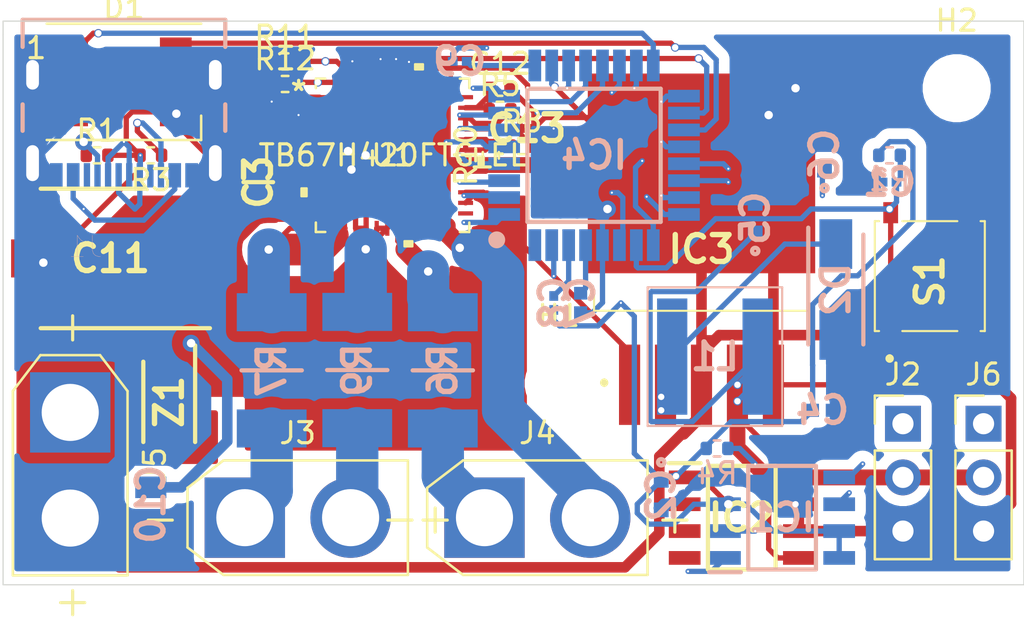
<source format=kicad_pcb>
(kicad_pcb (version 20171130) (host pcbnew "(5.1.9)-1")
  (layers (0 F.Cu signal) (1 In1.Cu signal) (2 In2.Cu signal) (31 B.Cu signal) (34 B.Paste user hide) (35 F.Paste user hide) (36 B.SilkS user hide) (37 F.SilkS user hide) (38 B.Mask user hide) (39 F.Mask user hide) (44 Edge.Cuts user))
  (net 0 "")
  (net 1 NRST)
  (net 2 GND)
  (net 3 +3V3)
  (net 4 PWR_IN)
  (net 5 +5V)
  (net 6 "Net-(C7-Pad1)")
  (net 7 "Net-(C8-Pad2)")
  (net 8 "Net-(C9-Pad2)")
  (net 9 OSCM)
  (net 10 TBLKAB)
  (net 11 RGB_PWR)
  (net 12 "Net-(D1-Pad2)")
  (net 13 RGB_DATA)
  (net 14 "Net-(D2-Pad1)")
  (net 15 SCK_EEPROM)
  (net 16 MOSI_EEPROM)
  (net 17 MISO_EEPROM)
  (net 18 CS_EEPROM)
  (net 19 "Net-(IC2-Pad4)")
  (net 20 "Net-(IC2-Pad3)")
  (net 21 "Net-(IC2-Pad2)")
  (net 22 "Net-(IC4-Pad32)")
  (net 23 HBMODE)
  (net 24 D+)
  (net 25 D-)
  (net 26 PWMB)
  (net 27 PWMA)
  (net 28 INB2)
  (net 29 INB1)
  (net 30 INA2)
  (net 31 INA1)
  (net 32 ADC_2)
  (net 33 ADC_1)
  (net 34 ADC_3)
  (net 35 ADC_VREFB)
  (net 36 ADC_VREFA)
  (net 37 ADC_MUX_GND)
  (net 38 LO2)
  (net 39 LO1)
  (net 40 "Net-(J1-PadB8)")
  (net 41 "Net-(J1-PadA5)")
  (net 42 "Net-(J1-PadB5)")
  (net 43 "Net-(J1-PadA8)")
  (net 44 MotorB_Neg)
  (net 45 VREF)
  (net 46 "Net-(U1-Pad46)")
  (net 47 "Net-(U1-Pad45)")
  (net 48 "Net-(U1-Pad38)")
  (net 49 "Net-(U1-Pad37)")
  (net 50 "Net-(U1-Pad36)")
  (net 51 "Net-(U1-Pad28)")
  (net 52 "Net-(U1-Pad25)")
  (net 53 "Net-(U1-Pad12)")
  (net 54 "Net-(U1-Pad9)")
  (net 55 "Net-(U1-Pad7)")
  (net 56 "Net-(U1-Pad6)")
  (net 57 "Net-(U1-Pad5)")
  (net 58 "Net-(U1-Pad4)")
  (net 59 "Net-(U1-Pad3)")
  (net 60 PPM_2)
  (net 61 PPM_1)
  (net 62 PWR)
  (module SamacSys_Parts:PTS526SK15SMTR2LFS (layer F.Cu) (at 170.815 149.86 90)
    (fp_text reference S1 (at -0.25 0 90) (layer F.SilkS) (effects (font (size 1.27 1.27) (thickness 0.254))))
    (fp_text value PTS526_SK15_SMTR2_LFS hide)
    (pad 4 smd rect (at 3 1.85 180) (size 0.7 1) (layers F.Cu F.Paste F.Mask) (net 2 GND))
    (pad 3 smd rect (at -3 1.85 180) (size 0.7 1) (layers F.Cu F.Paste F.Mask) (net 2 GND))
    (pad 2 smd rect (at 3 -1.85 180) (size 0.7 1) (layers F.Cu F.Paste F.Mask) (net 1 NRST))
    (pad 1 smd rect (at -3 -1.85 180) (size 0.7 1) (layers F.Cu F.Paste F.Mask) (net 1 NRST))
  )
  (module MountingHole:MountingHole_2.2mm_M2 (layer F.Cu) (at 172.085 140.97)
    (fp_text reference H2 (at 0 -3.2) (layer F.SilkS))
    (fp_text value MountingHole)
    (pad 1 np_thru_hole circle (at 0 0) (size 2.2 2.2) (drill 2.2) (layers *.Cu *.Mask))
  )
  (module SamacSys_Parts:SODFL4724X108N (layer F.Cu) (at 134.855 155.81 270)
    (fp_text reference Z1 (at 0 0 90) (layer F.SilkS) (effects (font (size 1.27 1.27) (thickness 0.254))))
    (fp_text value SZMMSZ4713T1G hide)
    (pad 2 smd rect (at 2.1 0 270) (size 1.14 1.89) (layers F.Cu F.Paste F.Mask) (net 4 PWR_IN))
    (pad 1 smd rect (at -2.1 0 270) (size 1.14 1.89) (layers F.Cu F.Paste F.Mask) (net 62 PWR))
  )
  (module Connector_PinHeader_2.54mm:PinHeader_1x03_P2.54mm_Vertical (layer F.Cu) (at 173.355 156.845)
    (fp_text reference J6 (at 0 -2.33) (layer F.SilkS))
    (fp_text value 5V_PWR)
    (pad 3 thru_hole oval (at 0 5.08) (size 1.7 1.7) (drill 1) (layers *.Cu *.Mask) (net 2 GND))
    (pad 2 thru_hole oval (at 0 2.54) (size 1.7 1.7) (drill 1) (layers *.Cu *.Mask) (net 5 +5V))
    (pad 1 thru_hole rect (at 0 0) (size 1.7 1.7) (drill 1) (layers *.Cu *.Mask) (net 60 PPM_2))
  )
  (module footprints:TB67H420FTG_EL (layer F.Cu) (at 145.415 144.145)
    (fp_text reference U1 (at 0 0) (layer F.SilkS))
    (fp_text value TB67H420FTG_EL (at 0 0) (layer F.SilkS))
    (fp_text user * (at -4.4398 -3) (layer F.SilkS))
    (fp_text user * (at -4.4398 -3) (layer F.SilkS))
    (pad 49 smd rect (at 0 0) (size 5.499999 5.499999) (layers F.Cu F.Paste F.Mask) (net 2 GND))
    (pad 48 smd rect (at -2.75 -3.452398) (size 0.1992 0.7048) (layers F.Cu F.Paste F.Mask) (net 38 LO2))
    (pad 47 smd rect (at -2.250001 -3.452398) (size 0.1992 0.7048) (layers F.Cu F.Paste F.Mask) (net 39 LO1))
    (pad 46 smd rect (at -1.749999 -3.452398) (size 0.1992 0.7048) (layers F.Cu F.Paste F.Mask) (net 46 "Net-(U1-Pad46)"))
    (pad 45 smd rect (at -1.25 -3.452398) (size 0.1992 0.7048) (layers F.Cu F.Paste F.Mask) (net 47 "Net-(U1-Pad45)"))
    (pad 44 smd rect (at -0.750001 -3.452398) (size 0.1992 0.7048) (layers F.Cu F.Paste F.Mask) (net 28 INB2))
    (pad 43 smd rect (at -0.25 -3.452398) (size 0.1992 0.7048) (layers F.Cu F.Paste F.Mask) (net 29 INB1))
    (pad 42 smd rect (at 0.25 -3.452398) (size 0.1992 0.7048) (layers F.Cu F.Paste F.Mask) (net 30 INA2))
    (pad 41 smd rect (at 0.750001 -3.452398) (size 0.1992 0.7048) (layers F.Cu F.Paste F.Mask) (net 31 INA1))
    (pad 40 smd rect (at 1.25 -3.452398) (size 0.1992 0.7048) (layers F.Cu F.Paste F.Mask) (net 26 PWMB))
    (pad 39 smd rect (at 1.749999 -3.452398) (size 0.1992 0.7048) (layers F.Cu F.Paste F.Mask) (net 27 PWMA))
    (pad 38 smd rect (at 2.250001 -3.452398) (size 0.1992 0.7048) (layers F.Cu F.Paste F.Mask) (net 48 "Net-(U1-Pad38)"))
    (pad 37 smd rect (at 2.75 -3.452398) (size 0.1992 0.7048) (layers F.Cu F.Paste F.Mask) (net 49 "Net-(U1-Pad37)"))
    (pad 36 smd rect (at 3.452398 -2.75 90) (size 0.1992 0.7048) (layers F.Cu F.Paste F.Mask) (net 50 "Net-(U1-Pad36)"))
    (pad 35 smd rect (at 3.452398 -2.250001 90) (size 0.1992 0.7048) (layers F.Cu F.Paste F.Mask) (net 9 OSCM))
    (pad 34 smd rect (at 3.452398 -1.749999 90) (size 0.1992 0.7048) (layers F.Cu F.Paste F.Mask) (net 10 TBLKAB))
    (pad 33 smd rect (at 3.452398 -1.25 90) (size 0.1992 0.7048) (layers F.Cu F.Paste F.Mask) (net 10 TBLKAB))
    (pad 32 smd rect (at 3.452398 -0.750001 90) (size 0.1992 0.7048) (layers F.Cu F.Paste F.Mask) (net 45 VREF))
    (pad 31 smd rect (at 3.452398 -0.25 90) (size 0.1992 0.7048) (layers F.Cu F.Paste F.Mask) (net 45 VREF))
    (pad 30 smd rect (at 3.452398 0.25 90) (size 0.1992 0.7048) (layers F.Cu F.Paste F.Mask) (net 2 GND))
    (pad 29 smd rect (at 3.452398 0.750001 90) (size 0.1992 0.7048) (layers F.Cu F.Paste F.Mask) (net 2 GND))
    (pad 28 smd rect (at 3.452398 1.25 90) (size 0.1992 0.7048) (layers F.Cu F.Paste F.Mask) (net 51 "Net-(U1-Pad28)"))
    (pad 27 smd rect (at 3.452398 1.749999 90) (size 0.1992 0.7048) (layers F.Cu F.Paste F.Mask) (net 62 PWR))
    (pad 26 smd rect (at 3.452398 2.250001 90) (size 0.1992 0.7048) (layers F.Cu F.Paste F.Mask) (net 62 PWR))
    (pad 25 smd rect (at 3.452398 2.75 90) (size 0.1992 0.7048) (layers F.Cu F.Paste F.Mask) (net 52 "Net-(U1-Pad25)"))
    (pad 24 smd rect (at 2.75 3.452398) (size 0.1992 0.7048) (layers F.Cu F.Paste F.Mask) (net 44 MotorB_Neg))
    (pad 23 smd rect (at 2.250001 3.452398) (size 0.1992 0.7048) (layers F.Cu F.Paste F.Mask) (net 44 MotorB_Neg))
    (pad 22 smd rect (at 1.749999 3.452398) (size 0.1992 0.7048) (layers F.Cu F.Paste F.Mask) (net 2 GND))
    (pad 21 smd rect (at 1.25 3.452398) (size 0.1992 0.7048) (layers F.Cu F.Paste F.Mask) (net 2 GND))
    (pad 20 smd rect (at 0.750001 3.452398) (size 0.1992 0.7048) (layers F.Cu F.Paste F.Mask) (net 35 ADC_VREFB))
    (pad 19 smd rect (at 0.25 3.452398) (size 0.1992 0.7048) (layers F.Cu F.Paste F.Mask) (net 35 ADC_VREFB))
    (pad 18 smd rect (at -0.25 3.452398) (size 0.1992 0.7048) (layers F.Cu F.Paste F.Mask) (net 37 ADC_MUX_GND))
    (pad 17 smd rect (at -0.750001 3.452398) (size 0.1992 0.7048) (layers F.Cu F.Paste F.Mask) (net 37 ADC_MUX_GND))
    (pad 16 smd rect (at -1.25 3.452398) (size 0.1992 0.7048) (layers F.Cu F.Paste F.Mask) (net 2 GND))
    (pad 15 smd rect (at -1.749999 3.452398) (size 0.1992 0.7048) (layers F.Cu F.Paste F.Mask) (net 2 GND))
    (pad 14 smd rect (at -2.250001 3.452398) (size 0.1992 0.7048) (layers F.Cu F.Paste F.Mask) (net 36 ADC_VREFA))
    (pad 13 smd rect (at -2.75 3.452398) (size 0.1992 0.7048) (layers F.Cu F.Paste F.Mask) (net 36 ADC_VREFA))
    (pad 12 smd rect (at -3.452398 2.75 90) (size 0.1992 0.7048) (layers F.Cu F.Paste F.Mask) (net 53 "Net-(U1-Pad12)"))
    (pad 11 smd rect (at -3.452398 2.250001 90) (size 0.1992 0.7048) (layers F.Cu F.Paste F.Mask) (net 62 PWR))
    (pad 10 smd rect (at -3.452398 1.749999 90) (size 0.1992 0.7048) (layers F.Cu F.Paste F.Mask) (net 62 PWR))
    (pad 9 smd rect (at -3.452398 1.25 90) (size 0.1992 0.7048) (layers F.Cu F.Paste F.Mask) (net 54 "Net-(U1-Pad9)"))
    (pad 8 smd rect (at -3.452398 0.750001 90) (size 0.1992 0.7048) (layers F.Cu F.Paste F.Mask) (net 2 GND))
    (pad 7 smd rect (at -3.452398 0.25 90) (size 0.1992 0.7048) (layers F.Cu F.Paste F.Mask) (net 55 "Net-(U1-Pad7)"))
    (pad 6 smd rect (at -3.452398 -0.25 90) (size 0.1992 0.7048) (layers F.Cu F.Paste F.Mask) (net 56 "Net-(U1-Pad6)"))
    (pad 5 smd rect (at -3.452398 -0.750001 90) (size 0.1992 0.7048) (layers F.Cu F.Paste F.Mask) (net 57 "Net-(U1-Pad5)"))
    (pad 4 smd rect (at -3.452398 -1.25 90) (size 0.1992 0.7048) (layers F.Cu F.Paste F.Mask) (net 58 "Net-(U1-Pad4)"))
    (pad 3 smd rect (at -3.452398 -1.749999 90) (size 0.1992 0.7048) (layers F.Cu F.Paste F.Mask) (net 59 "Net-(U1-Pad3)"))
    (pad 2 smd rect (at -3.452398 -2.250001 90) (size 0.1992 0.7048) (layers F.Cu F.Paste F.Mask) (net 23 HBMODE))
    (pad 1 smd rect (at -3.452398 -2.75 90) (size 0.1992 0.7048) (layers F.Cu F.Paste F.Mask) (net 10 TBLKAB))
  )
  (module Resistor_SMD:R_0402_1005Metric (layer F.Cu) (at 140.335 140.77)
    (fp_text reference R12 (at 0 -1.17) (layer F.SilkS))
    (fp_text value 10k)
    (pad 2 smd roundrect (at 0.51 0) (size 0.54 0.64) (layers F.Cu F.Paste F.Mask) (net 38 LO2))
    (pad 1 smd roundrect (at -0.51 0) (size 0.54 0.64) (layers F.Cu F.Paste F.Mask) (net 10 TBLKAB))
  )
  (module Resistor_SMD:R_0402_1005Metric (layer F.Cu) (at 140.335 139.7)
    (fp_text reference R11 (at 0 -1.17) (layer F.SilkS))
    (fp_text value 10k)
    (pad 2 smd roundrect (at 0.51 0) (size 0.54 0.64) (layers F.Cu F.Paste F.Mask) (net 39 LO1))
    (pad 1 smd roundrect (at -0.51 0) (size 0.54 0.64) (layers F.Cu F.Paste F.Mask) (net 10 TBLKAB))
  )
  (module Resistor_SMD:R_0402_1005Metric (layer F.Cu) (at 150.06 144.145 90)
    (fp_text reference R10 (at 0 -1.17 90) (layer F.SilkS))
    (fp_text value 5k)
    (pad 2 smd roundrect (at 0.51 0 90) (size 0.54 0.64) (layers F.Cu F.Paste F.Mask) (net 45 VREF))
    (pad 1 smd roundrect (at -0.51 0 90) (size 0.54 0.64) (layers F.Cu F.Paste F.Mask) (net 2 GND))
  )
  (module SamacSys_Parts:RESC6430X66N (layer B.Cu) (at 143.745 154.305 270)
    (fp_text reference R9 (at 0 0 270) (layer B.SilkS) (effects (font (size 1.27 1.27) (thickness 0.254)) (justify mirror)))
    (fp_text value .01 hide)
    (pad 2 smd rect (at 2.75 0 270) (size 1.8 3.3) (layers B.Cu B.Paste B.Mask) (net 34 ADC_3))
    (pad 1 smd rect (at -2.75 0 270) (size 1.8 3.3) (layers B.Cu B.Paste B.Mask) (net 37 ADC_MUX_GND))
  )
  (module Resistor_SMD:R_0402_1005Metric (layer F.Cu) (at 151.515 143.71)
    (fp_text reference R8 (at 0 -1.17) (layer F.SilkS))
    (fp_text value 20k)
    (pad 2 smd roundrect (at 0.51 0) (size 0.54 0.64) (layers F.Cu F.Paste F.Mask) (net 10 TBLKAB))
    (pad 1 smd roundrect (at -0.51 0) (size 0.54 0.64) (layers F.Cu F.Paste F.Mask) (net 45 VREF))
  )
  (module SamacSys_Parts:RESC6430X66N (layer B.Cu) (at 139.7 154.32 270)
    (fp_text reference R7 (at 0 0 270) (layer B.SilkS) (effects (font (size 1.27 1.27) (thickness 0.254)) (justify mirror)))
    (fp_text value .01 hide)
    (pad 2 smd rect (at 2.75 0 270) (size 1.8 3.3) (layers B.Cu B.Paste B.Mask) (net 33 ADC_1))
    (pad 1 smd rect (at -2.75 0 270) (size 1.8 3.3) (layers B.Cu B.Paste B.Mask) (net 36 ADC_VREFA))
  )
  (module SamacSys_Parts:RESC6430X66N (layer B.Cu) (at 147.79 154.32 270)
    (fp_text reference R6 (at 0 0 270) (layer B.SilkS) (effects (font (size 1.27 1.27) (thickness 0.254)) (justify mirror)))
    (fp_text value .01 hide)
    (pad 2 smd rect (at 2.75 0 270) (size 1.8 3.3) (layers B.Cu B.Paste B.Mask) (net 32 ADC_2))
    (pad 1 smd rect (at -2.75 0 270) (size 1.8 3.3) (layers B.Cu B.Paste B.Mask) (net 35 ADC_VREFB))
  )
  (module Resistor_SMD:R_0402_1005Metric (layer F.Cu) (at 150.495 141.99)
    (fp_text reference R5 (at 0 -1.17) (layer F.SilkS))
    (fp_text value 5.1k)
    (pad 2 smd roundrect (at 0.51 0) (size 0.54 0.64) (layers F.Cu F.Paste F.Mask) (net 10 TBLKAB))
    (pad 1 smd roundrect (at -0.51 0) (size 0.54 0.64) (layers F.Cu F.Paste F.Mask) (net 9 OSCM))
  )
  (module Resistor_SMD:R_0402_1005Metric (layer B.Cu) (at 160.755 158.015)
    (fp_text reference R4 (at 0 1.17) (layer B.SilkS) (effects (justify mirror)))
    (fp_text value 5.1k)
    (pad 2 smd roundrect (at 0.51 0) (size 0.54 0.64) (layers B.Cu B.Paste B.Mask) (net 18 CS_EEPROM))
    (pad 1 smd roundrect (at -0.51 0) (size 0.54 0.64) (layers B.Cu B.Paste B.Mask) (net 3 +3V3))
  )
  (module Resistor_SMD:R_0402_1005Metric (layer F.Cu) (at 133.985 144.145 180)
    (fp_text reference R3 (at 0 -1.17 180) (layer F.SilkS))
    (fp_text value 5.1k)
    (pad 2 smd roundrect (at 0.51 0 180) (size 0.54 0.64) (layers F.Cu F.Paste F.Mask) (net 2 GND))
    (pad 1 smd roundrect (at -0.51 0 180) (size 0.54 0.64) (layers F.Cu F.Paste F.Mask) (net 42 "Net-(J1-PadB5)"))
  )
  (module Resistor_SMD:R_0402_1005Metric (layer B.Cu) (at 168.91 144.145)
    (fp_text reference R2 (at 0 1.17) (layer B.SilkS) (effects (justify mirror)))
    (fp_text value 100k)
    (pad 2 smd roundrect (at 0.51 0) (size 0.54 0.64) (layers B.Cu B.Paste B.Mask) (net 1 NRST))
    (pad 1 smd roundrect (at -0.51 0) (size 0.54 0.64) (layers B.Cu B.Paste B.Mask) (net 3 +3V3))
  )
  (module Resistor_SMD:R_0402_1005Metric (layer F.Cu) (at 131.445 144.145)
    (fp_text reference R1 (at 0 -1.17) (layer F.SilkS))
    (fp_text value 5.1k)
    (pad 2 smd roundrect (at 0.51 0) (size 0.54 0.64) (layers F.Cu F.Paste F.Mask) (net 2 GND))
    (pad 1 smd roundrect (at -0.51 0) (size 0.54 0.64) (layers F.Cu F.Paste F.Mask) (net 41 "Net-(J1-PadA5)"))
  )
  (module SamacSys_Parts:XAL6060333MEC (layer B.Cu) (at 160.655 153.67)
    (fp_text reference L1 (at 0 0) (layer B.SilkS) (effects (font (size 1.27 1.27) (thickness 0.254)) (justify mirror)))
    (fp_text value 33uH hide)
    (pad 2 smd rect (at 2.02 0) (size 1.43 5.5) (layers B.Cu B.Paste B.Mask) (net 5 +5V))
    (pad 1 smd rect (at -2.02 0) (size 1.43 5.5) (layers B.Cu B.Paste B.Mask) (net 14 "Net-(D2-Pad1)"))
  )
  (module Connector_AMASS:AMASS_XT30U-M_1x02_P5.0mm_Vertical (layer F.Cu) (at 130.175 156.31 270)
    (fp_text reference J5 (at 2.5 -4 90) (layer F.SilkS))
    (fp_text value PWR_IN)
    (fp_text user - (at -4 0 90) (layer F.SilkS) (effects (font (size 1.5 1.5))))
    (fp_text user + (at 9 0 90) (layer F.SilkS) (effects (font (size 1.5 1.5))))
    (pad 2 thru_hole circle (at 5 0 270) (size 3.8 3.8) (drill 2.7) (layers *.Cu *.Mask) (net 2 GND))
    (pad 1 thru_hole rect (at 0 0 270) (size 3.8 3.8) (drill 2.7) (layers *.Cu *.Mask) (net 4 PWR_IN))
  )
  (module Connector_AMASS:AMASS_XT30U-M_1x02_P5.0mm_Vertical (layer F.Cu) (at 149.76 161.29)
    (fp_text reference J4 (at 2.5 -4) (layer F.SilkS))
    (fp_text value M2)
    (fp_text user - (at -4 0) (layer F.SilkS) (effects (font (size 1.5 1.5))))
    (fp_text user + (at 9 0) (layer F.SilkS) (effects (font (size 1.5 1.5))))
    (pad 2 thru_hole circle (at 5 0) (size 3.8 3.8) (drill 2.7) (layers *.Cu *.Mask) (net 44 MotorB_Neg))
    (pad 1 thru_hole rect (at 0 0) (size 3.8 3.8) (drill 2.7) (layers *.Cu *.Mask) (net 32 ADC_2))
  )
  (module Connector_AMASS:AMASS_XT30U-M_1x02_P5.0mm_Vertical (layer F.Cu) (at 138.43 161.29)
    (fp_text reference J3 (at 2.5 -4) (layer F.SilkS))
    (fp_text value M1)
    (fp_text user - (at -4 0) (layer F.SilkS) (effects (font (size 1.5 1.5))))
    (fp_text user + (at 9 0) (layer F.SilkS) (effects (font (size 1.5 1.5))))
    (pad 2 thru_hole circle (at 5 0) (size 3.8 3.8) (drill 2.7) (layers *.Cu *.Mask) (net 34 ADC_3))
    (pad 1 thru_hole rect (at 0 0) (size 3.8 3.8) (drill 2.7) (layers *.Cu *.Mask) (net 33 ADC_1))
  )
  (module Connector_PinHeader_2.54mm:PinHeader_1x03_P2.54mm_Vertical (layer F.Cu) (at 169.545 156.845)
    (fp_text reference J2 (at 0 -2.33) (layer F.SilkS))
    (fp_text value 5V_PWR)
    (pad 3 thru_hole oval (at 0 5.08) (size 1.7 1.7) (drill 1) (layers *.Cu *.Mask) (net 2 GND))
    (pad 2 thru_hole oval (at 0 2.54) (size 1.7 1.7) (drill 1) (layers *.Cu *.Mask) (net 5 +5V))
    (pad 1 thru_hole rect (at 0 0) (size 1.7 1.7) (drill 1) (layers *.Cu *.Mask) (net 61 PPM_1))
  )
  (module USB4105-GF-A:GCT_USB4105-GF-A (layer B.Cu) (at 132.715 140.335)
    (fp_text reference J1 (at -1.825 8.135) (layer B.SilkS) (effects (font (thickness 0.015)) (justify mirror)))
    (fp_text value USBc)
    (pad B8 smd rect (at -1.75 4.755) (size 0.3 1.15) (layers B.Cu B.Paste B.Mask) (net 40 "Net-(J1-PadB8)"))
    (pad A5 smd rect (at -1.25 4.755) (size 0.3 1.15) (layers B.Cu B.Paste B.Mask) (net 41 "Net-(J1-PadA5)"))
    (pad B7 smd rect (at -0.75 4.755) (size 0.3 1.15) (layers B.Cu B.Paste B.Mask) (net 25 D-))
    (pad B5 smd rect (at 1.75 4.755) (size 0.3 1.15) (layers B.Cu B.Paste B.Mask) (net 42 "Net-(J1-PadB5)"))
    (pad A8 smd rect (at 1.25 4.755) (size 0.3 1.15) (layers B.Cu B.Paste B.Mask) (net 43 "Net-(J1-PadA8)"))
    (pad B6 smd rect (at 0.75 4.755) (size 0.3 1.15) (layers B.Cu B.Paste B.Mask) (net 24 D+))
    (pad A6 smd rect (at -0.25 4.755) (size 0.3 1.15) (layers B.Cu B.Paste B.Mask) (net 24 D+))
    (pad A7 smd rect (at 0.25 4.755) (size 0.3 1.15) (layers B.Cu B.Paste B.Mask) (net 25 D-))
    (pad B4_A9 smd rect (at 2.4 4.755) (size 0.6 1.15) (layers B.Cu B.Paste B.Mask) (net 5 +5V))
    (pad A4_B9 smd rect (at -2.4 4.755) (size 0.6 1.15) (layers B.Cu B.Paste B.Mask) (net 5 +5V))
    (pad B1_A12 smd rect (at 3.2 4.755) (size 0.6 1.15) (layers B.Cu B.Paste B.Mask) (net 2 GND))
    (pad A1_B12 smd rect (at -3.2 4.755) (size 0.6 1.15) (layers B.Cu B.Paste B.Mask) (net 2 GND))
    (pad None np_thru_hole circle (at -2.89 3.68) (size 0.65 0.65) (drill 0.65) (layers *.Cu *.Mask))
    (pad None np_thru_hole circle (at 2.89 3.68) (size 0.65 0.65) (drill 0.65) (layers *.Cu *.Mask))
    (pad S4 thru_hole oval (at 4.32 4.18) (size 1.05 2.1) (drill oval 0.6 1.7) (layers *.Cu *.Mask) (net 2 GND))
    (pad S1 thru_hole oval (at -4.32 4.18) (size 1.05 2.1) (drill oval 0.6 1.7) (layers *.Cu *.Mask) (net 2 GND))
    (pad S3 thru_hole oval (at 4.32 0) (size 1 2) (drill oval 0.6 1.4) (layers *.Cu *.Mask) (net 2 GND))
    (pad S2 thru_hole oval (at -4.32 0) (size 1 2) (drill oval 0.6 1.4) (layers *.Cu *.Mask) (net 2 GND))
  )
  (module SamacSys_Parts:QFP80P900X900X120-32N (layer B.Cu) (at 154.94 144.145)
    (fp_text reference IC4 (at 0 0) (layer B.SilkS) (effects (font (size 1.27 1.27) (thickness 0.254)) (justify mirror)))
    (fp_text value ATSAMD21E17D-AUT hide)
    (pad 32 smd rect (at -2.8 4.25) (size 0.6 1.5) (layers B.Cu B.Paste B.Mask) (net 22 "Net-(IC4-Pad32)"))
    (pad 31 smd rect (at -2 4.25) (size 0.6 1.5) (layers B.Cu B.Paste B.Mask) (net 60 PPM_2))
    (pad 30 smd rect (at -1.2 4.25) (size 0.6 1.5) (layers B.Cu B.Paste B.Mask) (net 7 "Net-(C8-Pad2)"))
    (pad 29 smd rect (at -0.4 4.25) (size 0.6 1.5) (layers B.Cu B.Paste B.Mask) (net 6 "Net-(C7-Pad1)"))
    (pad 28 smd rect (at 0.4 4.25) (size 0.6 1.5) (layers B.Cu B.Paste B.Mask) (net 2 GND))
    (pad 27 smd rect (at 1.2 4.25) (size 0.6 1.5) (layers B.Cu B.Paste B.Mask) (net 61 PPM_1))
    (pad 26 smd rect (at 2 4.25) (size 0.6 1.5) (layers B.Cu B.Paste B.Mask) (net 1 NRST))
    (pad 25 smd rect (at 2.8 4.25) (size 0.6 1.5) (layers B.Cu B.Paste B.Mask) (net 23 HBMODE))
    (pad 24 smd rect (at 4.25 2.8 270) (size 0.6 1.5) (layers B.Cu B.Paste B.Mask) (net 24 D+))
    (pad 23 smd rect (at 4.25 2 270) (size 0.6 1.5) (layers B.Cu B.Paste B.Mask) (net 25 D-))
    (pad 22 smd rect (at 4.25 1.2 270) (size 0.6 1.5) (layers B.Cu B.Paste B.Mask) (net 16 MOSI_EEPROM))
    (pad 21 smd rect (at 4.25 0.4 270) (size 0.6 1.5) (layers B.Cu B.Paste B.Mask) (net 15 SCK_EEPROM))
    (pad 20 smd rect (at 4.25 -0.4 270) (size 0.6 1.5) (layers B.Cu B.Paste B.Mask) (net 17 MISO_EEPROM))
    (pad 19 smd rect (at 4.25 -1.2 270) (size 0.6 1.5) (layers B.Cu B.Paste B.Mask) (net 13 RGB_DATA))
    (pad 18 smd rect (at 4.25 -2 270) (size 0.6 1.5) (layers B.Cu B.Paste B.Mask) (net 26 PWMB))
    (pad 17 smd rect (at 4.25 -2.8 270) (size 0.6 1.5) (layers B.Cu B.Paste B.Mask) (net 27 PWMA))
    (pad 16 smd rect (at 2.8 -4.25) (size 0.6 1.5) (layers B.Cu B.Paste B.Mask) (net 11 RGB_PWR))
    (pad 15 smd rect (at 2 -4.25) (size 0.6 1.5) (layers B.Cu B.Paste B.Mask) (net 31 INA1))
    (pad 14 smd rect (at 1.2 -4.25) (size 0.6 1.5) (layers B.Cu B.Paste B.Mask) (net 30 INA2))
    (pad 13 smd rect (at 0.4 -4.25) (size 0.6 1.5) (layers B.Cu B.Paste B.Mask) (net 29 INB1))
    (pad 12 smd rect (at -0.4 -4.25) (size 0.6 1.5) (layers B.Cu B.Paste B.Mask) (net 28 INB2))
    (pad 11 smd rect (at -1.2 -4.25) (size 0.6 1.5) (layers B.Cu B.Paste B.Mask) (net 18 CS_EEPROM))
    (pad 10 smd rect (at -2 -4.25) (size 0.6 1.5) (layers B.Cu B.Paste B.Mask) (net 2 GND))
    (pad 9 smd rect (at -2.8 -4.25) (size 0.6 1.5) (layers B.Cu B.Paste B.Mask) (net 8 "Net-(C9-Pad2)"))
    (pad 8 smd rect (at -4.25 -2.8 270) (size 0.6 1.5) (layers B.Cu B.Paste B.Mask) (net 33 ADC_1))
    (pad 7 smd rect (at -4.25 -2 270) (size 0.6 1.5) (layers B.Cu B.Paste B.Mask) (net 34 ADC_3))
    (pad 6 smd rect (at -4.25 -1.2 270) (size 0.6 1.5) (layers B.Cu B.Paste B.Mask) (net 32 ADC_2))
    (pad 5 smd rect (at -4.25 -0.4 270) (size 0.6 1.5) (layers B.Cu B.Paste B.Mask) (net 35 ADC_VREFB))
    (pad 4 smd rect (at -4.25 0.4 270) (size 0.6 1.5) (layers B.Cu B.Paste B.Mask) (net 36 ADC_VREFA))
    (pad 3 smd rect (at -4.25 1.2 270) (size 0.6 1.5) (layers B.Cu B.Paste B.Mask) (net 37 ADC_MUX_GND))
    (pad 2 smd rect (at -4.25 2 270) (size 0.6 1.5) (layers B.Cu B.Paste B.Mask) (net 38 LO2))
    (pad 1 smd rect (at -4.25 2.8 270) (size 0.6 1.5) (layers B.Cu B.Paste B.Mask) (net 39 LO1))
  )
  (module SamacSys_Parts:AP1501A50K5G13 (layer F.Cu) (at 160.02 148.59)
    (fp_text reference IC3 (at 0 0) (layer F.SilkS) (effects (font (size 1.27 1.27) (thickness 0.254))))
    (fp_text value 5V_Reg hide)
    (pad 6 smd rect (at 0 -3.588 90) (size 9.45 10.75) (layers F.Cu F.Paste F.Mask) (net 2 GND))
    (pad 5 smd rect (at 3.4 6.412) (size 1 3.8) (layers F.Cu F.Paste F.Mask) (net 2 GND))
    (pad 4 smd rect (at 1.7 6.412) (size 1 3.8) (layers F.Cu F.Paste F.Mask) (net 5 +5V))
    (pad 3 smd rect (at 0 6.412) (size 1 3.8) (layers F.Cu F.Paste F.Mask) (net 2 GND))
    (pad 2 smd rect (at -1.7 6.412) (size 1 3.8) (layers F.Cu F.Paste F.Mask) (net 14 "Net-(D2-Pad1)"))
    (pad 1 smd rect (at -3.4 6.412) (size 1 3.8) (layers F.Cu F.Paste F.Mask) (net 62 PWR))
  )
  (module SamacSys_Parts:SOIC127P600X170-8N (layer F.Cu) (at 161.925 161.29)
    (fp_text reference IC2 (at 0 0) (layer F.SilkS) (effects (font (size 1.27 1.27) (thickness 0.254))))
    (fp_text value "3.3V Reg" hide)
    (pad 8 smd rect (at 2.7 -1.905 90) (size 0.65 1.5) (layers F.Cu F.Paste F.Mask) (net 5 +5V))
    (pad 7 smd rect (at 2.7 -0.635 90) (size 0.65 1.5) (layers F.Cu F.Paste F.Mask) (net 2 GND))
    (pad 6 smd rect (at 2.7 0.635 90) (size 0.65 1.5) (layers F.Cu F.Paste F.Mask) (net 2 GND))
    (pad 5 smd rect (at 2.7 1.905 90) (size 0.65 1.5) (layers F.Cu F.Paste F.Mask) (net 5 +5V))
    (pad 4 smd rect (at -2.7 1.905 90) (size 0.65 1.5) (layers F.Cu F.Paste F.Mask) (net 19 "Net-(IC2-Pad4)"))
    (pad 3 smd rect (at -2.7 0.635 90) (size 0.65 1.5) (layers F.Cu F.Paste F.Mask) (net 20 "Net-(IC2-Pad3)"))
    (pad 2 smd rect (at -2.7 -0.635 90) (size 0.65 1.5) (layers F.Cu F.Paste F.Mask) (net 21 "Net-(IC2-Pad2)"))
    (pad 1 smd rect (at -2.7 -1.905 90) (size 0.65 1.5) (layers F.Cu F.Paste F.Mask) (net 3 +3V3))
  )
  (module SamacSys_Parts:SOIC127P600X175-8N (layer B.Cu) (at 163.83 161.29)
    (fp_text reference IC1 (at 0 0 180) (layer B.SilkS) (effects (font (size 1.27 1.27) (thickness 0.254)) (justify mirror)))
    (fp_text value EEPROM hide)
    (pad 8 smd rect (at 2.7 1.905 270) (size 0.65 1.5) (layers B.Cu B.Paste B.Mask) (net 3 +3V3))
    (pad 7 smd rect (at 2.7 0.635 270) (size 0.65 1.5) (layers B.Cu B.Paste B.Mask) (net 3 +3V3))
    (pad 6 smd rect (at 2.7 -0.635 270) (size 0.65 1.5) (layers B.Cu B.Paste B.Mask) (net 15 SCK_EEPROM))
    (pad 5 smd rect (at 2.7 -1.905 270) (size 0.65 1.5) (layers B.Cu B.Paste B.Mask) (net 16 MOSI_EEPROM))
    (pad 4 smd rect (at -2.7 -1.905 270) (size 0.65 1.5) (layers B.Cu B.Paste B.Mask) (net 2 GND))
    (pad 3 smd rect (at -2.7 -0.635 270) (size 0.65 1.5) (layers B.Cu B.Paste B.Mask) (net 3 +3V3))
    (pad 2 smd rect (at -2.7 0.635 270) (size 0.65 1.5) (layers B.Cu B.Paste B.Mask) (net 17 MISO_EEPROM))
    (pad 1 smd rect (at -2.7 1.905 270) (size 0.65 1.5) (layers B.Cu B.Paste B.Mask) (net 18 CS_EEPROM))
  )
  (module MountingHole:MountingHole_2.2mm_M2 (layer F.Cu) (at 153.27 154.94)
    (fp_text reference H1 (at 0 -3.2) (layer F.SilkS))
    (fp_text value MountingHole)
    (pad 1 np_thru_hole circle (at 0 0) (size 2.2 2.2) (drill 2.2) (layers *.Cu *.Mask))
  )
  (module SamacSys_Parts:DIOM5226X240N (layer B.Cu) (at 166.37 150.495 270)
    (fp_text reference D2 (at 0 0 270) (layer B.SilkS) (effects (font (size 1.27 1.27) (thickness 0.254)) (justify mirror)))
    (fp_text value B340AE-13 hide)
    (pad 2 smd rect (at 2.15 0 180) (size 1.55 2.35) (layers B.Cu B.Paste B.Mask) (net 2 GND))
    (pad 1 smd rect (at -2.15 0 180) (size 1.55 2.35) (layers B.Cu B.Paste B.Mask) (net 14 "Net-(D2-Pad1)"))
  )
  (module LED_SMD:LED_WS2812B_PLCC4_5.0x5.0mm_P3.2mm (layer F.Cu) (at 132.715 140.67)
    (fp_text reference D1 (at 0 -3.5) (layer F.SilkS))
    (fp_text value WS2812B)
    (fp_text user 1 (at -4.15 -1.6) (layer F.SilkS))
    (pad 1 smd rect (at -2.45 -1.6) (size 1.5 1) (layers F.Cu F.Paste F.Mask) (net 11 RGB_PWR))
    (pad 2 smd rect (at -2.45 1.6) (size 1.5 1) (layers F.Cu F.Paste F.Mask) (net 12 "Net-(D1-Pad2)"))
    (pad 4 smd rect (at 2.45 -1.6) (size 1.5 1) (layers F.Cu F.Paste F.Mask) (net 13 RGB_DATA))
    (pad 3 smd rect (at 2.45 1.6) (size 1.5 1) (layers F.Cu F.Paste F.Mask) (net 2 GND))
  )
  (module SamacSys_Parts:CAPC0603X33N (layer F.Cu) (at 151.765 142.875 180)
    (fp_text reference C13 (at 0 0) (layer F.SilkS) (effects (font (size 1.27 1.27) (thickness 0.254))))
    (fp_text value .1uF hide)
    (pad 2 smd rect (at 0.33 0 270) (size 0.42 0.46) (layers F.Cu F.Paste F.Mask) (net 10 TBLKAB))
    (pad 1 smd rect (at -0.33 0 270) (size 0.42 0.46) (layers F.Cu F.Paste F.Mask) (net 2 GND))
  )
  (module Capacitor_SMD:C_0402_1005Metric (layer F.Cu) (at 150.495 140.97)
    (fp_text reference C12 (at 0 -1.16) (layer F.SilkS))
    (fp_text value 270pF)
    (pad 2 smd roundrect (at 0.48 0) (size 0.56 0.62) (layers F.Cu F.Paste F.Mask) (net 2 GND))
    (pad 1 smd roundrect (at -0.48 0) (size 0.56 0.62) (layers F.Cu F.Paste F.Mask) (net 9 OSCM))
  )
  (module SamacSys_Parts:CAPAE660X800N (layer F.Cu) (at 132.08 149.025 180)
    (fp_text reference C11 (at 0 0) (layer F.SilkS) (effects (font (size 1.27 1.27) (thickness 0.254))))
    (fp_text value 100uF hide)
    (pad 2 smd rect (at 3 0 270) (size 1.8 3.4) (layers F.Cu F.Paste F.Mask) (net 2 GND))
    (pad 1 smd rect (at -3 0 270) (size 1.8 3.4) (layers F.Cu F.Paste F.Mask) (net 62 PWR))
  )
  (module SamacSys_Parts:CAPC2012X110N (layer B.Cu) (at 133.985 160.655 270)
    (fp_text reference C10 (at 0 0 270) (layer B.SilkS) (effects (font (size 1.27 1.27) (thickness 0.254)) (justify mirror)))
    (fp_text value .1uF hide)
    (pad 2 smd rect (at 0.8 0 270) (size 1.02 1.47) (layers B.Cu B.Paste B.Mask) (net 2 GND))
    (pad 1 smd rect (at -0.8 0 270) (size 1.02 1.47) (layers B.Cu B.Paste B.Mask) (net 62 PWR))
  )
  (module SamacSys_Parts:CAPC0603X33N (layer B.Cu) (at 148.59 139.7)
    (fp_text reference C9 (at 0 0) (layer B.SilkS) (effects (font (size 1.27 1.27) (thickness 0.254)) (justify mirror)))
    (fp_text value .1uF hide)
    (pad 2 smd rect (at 0.33 0 270) (size 0.42 0.46) (layers B.Cu B.Paste B.Mask) (net 8 "Net-(C9-Pad2)"))
    (pad 1 smd rect (at -0.33 0 270) (size 0.42 0.46) (layers B.Cu B.Paste B.Mask) (net 3 +3V3))
  )
  (module SamacSys_Parts:CAPC0603X33N (layer B.Cu) (at 153.035 151.13 90)
    (fp_text reference C8 (at 0 0 270) (layer B.SilkS) (effects (font (size 1.27 1.27) (thickness 0.254)) (justify mirror)))
    (fp_text value .1uF hide)
    (pad 2 smd rect (at 0.33 0) (size 0.42 0.46) (layers B.Cu B.Paste B.Mask) (net 7 "Net-(C8-Pad2)"))
    (pad 1 smd rect (at -0.33 0) (size 0.42 0.46) (layers B.Cu B.Paste B.Mask) (net 3 +3V3))
  )
  (module SamacSys_Parts:CAPC1005X55N (layer B.Cu) (at 154.305 151.13 270)
    (fp_text reference C7 (at 0 0 90) (layer B.SilkS) (effects (font (size 1.27 1.27) (thickness 0.254)) (justify mirror)))
    (fp_text value 1uF hide)
    (pad 2 smd rect (at 0.46 0 270) (size 0.6 0.62) (layers B.Cu B.Paste B.Mask) (net 2 GND))
    (pad 1 smd rect (at -0.46 0 270) (size 0.6 0.62) (layers B.Cu B.Paste B.Mask) (net 6 "Net-(C7-Pad1)"))
  )
  (module SamacSys_Parts:C1608_Commercial (layer B.Cu) (at 165.835 144.145 90)
    (fp_text reference C6 (at 0 0 270) (layer B.SilkS) (effects (font (size 1.27 1.27) (thickness 0.254)) (justify mirror)))
    (fp_text value 10uF hide)
    (pad 2 smd rect (at 0.7 0) (size 0.7 0.7) (layers B.Cu B.Paste B.Mask) (net 2 GND))
    (pad 1 smd rect (at -0.7 0) (size 0.7 0.7) (layers B.Cu B.Paste B.Mask) (net 5 +5V))
  )
  (module SamacSys_Parts:C1608_Commercial (layer B.Cu) (at 162.56 147.12 90)
    (fp_text reference C5 (at 0 0 90) (layer B.SilkS) (effects (font (size 1.27 1.27) (thickness 0.254)) (justify mirror)))
    (fp_text value 10uF hide)
    (pad 2 smd rect (at 0.7 0) (size 0.7 0.7) (layers B.Cu B.Paste B.Mask) (net 2 GND))
    (pad 1 smd rect (at -0.7 0) (size 0.7 0.7) (layers B.Cu B.Paste B.Mask) (net 5 +5V))
  )
  (module SamacSys_Parts:CAPC1005X55N (layer B.Cu) (at 165.735 156.21)
    (fp_text reference C4 (at 0 0) (layer B.SilkS) (effects (font (size 1.27 1.27) (thickness 0.254)) (justify mirror)))
    (fp_text value 1uF hide)
    (pad 2 smd rect (at 0.46 0) (size 0.6 0.62) (layers B.Cu B.Paste B.Mask) (net 2 GND))
    (pad 1 smd rect (at -0.46 0) (size 0.6 0.62) (layers B.Cu B.Paste B.Mask) (net 3 +3V3))
  )
  (module SamacSys_Parts:CAPC3216X180N (layer F.Cu) (at 139.065 145.415 90)
    (fp_text reference C3 (at 0 0 90) (layer F.SilkS) (effects (font (size 1.27 1.27) (thickness 0.254))))
    (fp_text value 10uF hide)
    (pad 2 smd rect (at 1.38 0 90) (size 1.07 1.82) (layers F.Cu F.Paste F.Mask) (net 2 GND))
    (pad 1 smd rect (at -1.38 0 90) (size 1.07 1.82) (layers F.Cu F.Paste F.Mask) (net 62 PWR))
  )
  (module SamacSys_Parts:C1608_Commercial (layer B.Cu) (at 158.115 160.22 270)
    (fp_text reference C2 (at 0 0 90) (layer B.SilkS) (effects (font (size 1.27 1.27) (thickness 0.254)) (justify mirror)))
    (fp_text value 10uF hide)
    (pad 2 smd rect (at 0.7 0 180) (size 0.7 0.7) (layers B.Cu B.Paste B.Mask) (net 2 GND))
    (pad 1 smd rect (at -0.7 0 180) (size 0.7 0.7) (layers B.Cu B.Paste B.Mask) (net 3 +3V3))
  )
  (module SamacSys_Parts:CAPC0603X33N (layer B.Cu) (at 168.91 145.415)
    (fp_text reference C1 (at 0 0) (layer B.SilkS) (effects (font (size 1.27 1.27) (thickness 0.254)) (justify mirror)))
    (fp_text value .1uF hide)
    (pad 2 smd rect (at 0.33 0 270) (size 0.42 0.46) (layers B.Cu B.Paste B.Mask) (net 1 NRST))
    (pad 1 smd rect (at -0.33 0 270) (size 0.42 0.46) (layers B.Cu B.Paste B.Mask) (net 2 GND))
  )
  (gr_line (start 127 164.465) (end 127 138.43) (layer Edge.Cuts) (width 0.05))
  (gr_line (start 175.26 164.465) (end 127 164.465) (layer Edge.Cuts) (width 0.05))
  (gr_line (start 175.26 163.83) (end 175.26 164.465) (layer Edge.Cuts) (width 0.05))
  (gr_line (start 175.26 137.795) (end 175.26 163.83) (layer Edge.Cuts) (width 0.05))
  (gr_line (start 127 137.795) (end 175.26 137.795) (layer Edge.Cuts) (width 0.05))
  (gr_line (start 127 138.43) (end 127 137.795) (layer Edge.Cuts) (width 0.05))
  (via (at 168.91 146.685) (size 0.4) (drill 0.3) (layers F.Cu B.Cu) (net 1))
  (segment (start 169.24 146.355) (end 169.24 145.415) (width 0.25) (layer B.Cu) (net 1))
  (segment (start 168.91 146.685) (end 169.24 146.355) (width 0.25) (layer B.Cu) (net 1))
  (segment (start 169.42 145.235) (end 169.24 145.415) (width 0.25) (layer B.Cu) (net 1))
  (segment (start 169.42 144.145) (end 169.42 145.235) (width 0.25) (layer B.Cu) (net 1))
  (segment (start 165.494998 146.685) (end 168.91 146.685) (width 0.25) (layer B.Cu) (net 1))
  (segment (start 156.94 149.395) (end 157.015001 149.470001) (width 0.25) (layer B.Cu) (net 1))
  (segment (start 156.94 148.395) (end 156.94 149.395) (width 0.25) (layer B.Cu) (net 1))
  (segment (start 164.734995 147.144999) (end 160.685003 147.144999) (width 0.25) (layer B.Cu) (net 1))
  (segment (start 160.685003 147.144999) (end 158.360001 149.470001) (width 0.25) (layer B.Cu) (net 1))
  (segment (start 157.015001 149.470001) (end 158.360001 149.470001) (width 0.25) (layer B.Cu) (net 1))
  (segment (start 165.194994 146.685) (end 168.91 146.685) (width 0.25) (layer B.Cu) (net 1))
  (segment (start 164.734995 147.144999) (end 165.194994 146.685) (width 0.25) (layer B.Cu) (net 1))
  (segment (start 168.91 146.685) (end 168.91 146.805) (width 0.25) (layer F.Cu) (net 1))
  (segment (start 168.965 152.86) (end 168.965 146.86) (width 0.25) (layer F.Cu) (net 1))
  (via (at 164.465 140.97) (size 0.8) (drill 0.4) (layers F.Cu B.Cu) (net 2))
  (via (at 163.195 142.24) (size 0.8) (drill 0.4) (layers F.Cu B.Cu) (net 2))
  (via (at 155.575 146.685) (size 0.8) (drill 0.4) (layers F.Cu B.Cu) (net 2))
  (via (at 144.145 144.145) (size 0.8) (drill 0.4) (layers F.Cu B.Cu) (net 2))
  (via (at 143.31 143.945) (size 0.8) (drill 0.4) (layers F.Cu B.Cu) (net 2))
  (via (at 164.465 160.655) (size 0.4) (drill 0.3) (layers F.Cu B.Cu) (net 2))
  (segment (start 143.665001 147.597398) (end 144.165 147.597398) (width 0.25) (layer F.Cu) (net 2))
  (segment (start 144.165 145.395) (end 145.415 144.145) (width 0.25) (layer F.Cu) (net 2))
  (segment (start 144.165 147.597398) (end 144.165 145.395) (width 0.25) (layer F.Cu) (net 2))
  (segment (start 143.665001 145.894999) (end 145.415 144.145) (width 0.25) (layer F.Cu) (net 2))
  (segment (start 143.665001 147.597398) (end 143.665001 145.894999) (width 0.25) (layer F.Cu) (net 2))
  (segment (start 144.664999 144.895001) (end 145.415 144.145) (width 0.25) (layer F.Cu) (net 2))
  (segment (start 141.962602 144.895001) (end 144.664999 144.895001) (width 0.25) (layer F.Cu) (net 2))
  (segment (start 146.165001 144.895001) (end 145.415 144.145) (width 0.25) (layer F.Cu) (net 2))
  (segment (start 148.867398 144.895001) (end 146.165001 144.895001) (width 0.25) (layer F.Cu) (net 2))
  (segment (start 145.665 144.395) (end 145.415 144.145) (width 0.25) (layer F.Cu) (net 2))
  (segment (start 148.867398 144.395) (end 145.665 144.395) (width 0.25) (layer F.Cu) (net 2))
  (segment (start 148.867398 144.395) (end 148.867398 144.895001) (width 0.25) (layer F.Cu) (net 2))
  (segment (start 146.665 147.597398) (end 147.164999 147.597398) (width 0.25) (layer F.Cu) (net 2))
  (segment (start 145.415 145.725002) (end 145.415 144.145) (width 0.25) (layer F.Cu) (net 2))
  (segment (start 147.164999 147.475001) (end 145.415 145.725002) (width 0.25) (layer F.Cu) (net 2))
  (segment (start 147.164999 147.597398) (end 147.164999 147.475001) (width 0.25) (layer F.Cu) (net 2))
  (segment (start 146.665 145.395) (end 145.415 144.145) (width 0.25) (layer F.Cu) (net 2))
  (segment (start 146.665 147.597398) (end 146.665 145.395) (width 0.25) (layer F.Cu) (net 2))
  (segment (start 149.819999 144.895001) (end 150.06 144.655) (width 0.25) (layer F.Cu) (net 2))
  (segment (start 148.867398 144.895001) (end 149.819999 144.895001) (width 0.25) (layer F.Cu) (net 2))
  (segment (start 149.8 144.395) (end 150.06 144.655) (width 0.25) (layer F.Cu) (net 2))
  (segment (start 148.867398 144.395) (end 149.8 144.395) (width 0.25) (layer F.Cu) (net 2))
  (segment (start 152.095 142.09) (end 152.095 142.875) (width 0.25) (layer F.Cu) (net 2))
  (segment (start 150.975 140.97) (end 152.095 142.09) (width 0.25) (layer F.Cu) (net 2))
  (segment (start 150.06 144.655) (end 152.050554 144.655) (width 0.25) (layer F.Cu) (net 2))
  (segment (start 157.893 142.875) (end 160.02 145.002) (width 0.25) (layer F.Cu) (net 2))
  (segment (start 159.103544 144.085544) (end 160.02 145.002) (width 0.25) (layer F.Cu) (net 2))
  (segment (start 135.005 142.365) (end 135.1925 142.1775) (width 0.25) (layer B.Cu) (net 2))
  (segment (start 137.035 144.46) (end 137.035 144.515) (width 0.25) (layer B.Cu) (net 2))
  (segment (start 129.915 141.855) (end 128.395 140.335) (width 0.25) (layer B.Cu) (net 2))
  (segment (start 131.445 141.855) (end 129.915 141.855) (width 0.25) (layer B.Cu) (net 2))
  (segment (start 131.055 141.855) (end 128.395 144.515) (width 0.25) (layer B.Cu) (net 2))
  (segment (start 131.445 141.855) (end 131.055 141.855) (width 0.25) (layer B.Cu) (net 2))
  (segment (start 128.97 145.09) (end 128.395 144.515) (width 0.25) (layer B.Cu) (net 2))
  (segment (start 129.515 145.09) (end 128.97 145.09) (width 0.25) (layer B.Cu) (net 2))
  (segment (start 136.46 145.09) (end 137.035 144.515) (width 0.25) (layer B.Cu) (net 2))
  (segment (start 135.915 145.09) (end 136.46 145.09) (width 0.25) (layer B.Cu) (net 2))
  (segment (start 129.54 145.115) (end 129.515 145.09) (width 0.25) (layer B.Cu) (net 2))
  (segment (start 144.740399 144.819601) (end 145.415 144.145) (width 0.25) (layer F.Cu) (net 2))
  (segment (start 139.849601 144.819601) (end 143.470399 144.819601) (width 0.25) (layer F.Cu) (net 2))
  (segment (start 139.065 144.035) (end 139.849601 144.819601) (width 0.25) (layer F.Cu) (net 2))
  (segment (start 139.925001 144.895001) (end 141.962602 144.895001) (width 0.25) (layer F.Cu) (net 2))
  (segment (start 139.065 144.035) (end 139.925001 144.895001) (width 0.25) (layer F.Cu) (net 2))
  (segment (start 154.175 151.46) (end 154.305 151.59) (width 0.25) (layer B.Cu) (net 2))
  (segment (start 166.37 156.035) (end 166.195 156.21) (width 0.25) (layer B.Cu) (net 2))
  (segment (start 166.37 152.645) (end 166.37 156.035) (width 0.25) (layer B.Cu) (net 2))
  (segment (start 160.05 159.385) (end 161.13 159.385) (width 0.25) (layer B.Cu) (net 2))
  (segment (start 158.715 160.72) (end 160.05 159.385) (width 0.25) (layer B.Cu) (net 2))
  (segment (start 158.115 160.72) (end 158.715 160.72) (width 0.25) (layer B.Cu) (net 2))
  (segment (start 163.195 159.385) (end 164.465 160.655) (width 0.25) (layer B.Cu) (net 2))
  (segment (start 161.13 159.385) (end 163.195 159.385) (width 0.25) (layer B.Cu) (net 2))
  (segment (start 164.625 161.925) (end 164.625 160.655) (width 0.25) (layer F.Cu) (net 2))
  (segment (start 163.42 155.002) (end 169.987002 155.002) (width 0.25) (layer F.Cu) (net 2))
  (segment (start 173.355 161.925) (end 169.545 161.925) (width 0.25) (layer F.Cu) (net 2))
  (segment (start 169.545 161.925) (end 164.625 161.925) (width 0.25) (layer F.Cu) (net 2))
  (segment (start 163.42 153.716998) (end 163.42 155.002) (width 0.25) (layer F.Cu) (net 2))
  (segment (start 162.480001 152.776999) (end 163.42 153.716998) (width 0.25) (layer F.Cu) (net 2))
  (segment (start 160.095001 152.776999) (end 162.480001 152.776999) (width 0.25) (layer F.Cu) (net 2))
  (segment (start 160.02 152.852) (end 160.095001 152.776999) (width 0.25) (layer F.Cu) (net 2))
  (segment (start 160.02 155.002) (end 160.02 152.852) (width 0.25) (layer F.Cu) (net 2))
  (segment (start 160.02 155.002) (end 160.02 145.002) (width 0.5) (layer F.Cu) (net 2))
  (segment (start 163.42 148.402) (end 160.02 145.002) (width 0.5) (layer F.Cu) (net 2))
  (segment (start 163.42 155.002) (end 163.42 148.402) (width 0.5) (layer F.Cu) (net 2))
  (segment (start 159.62301 144.60501) (end 160.02 145.002) (width 0.75) (layer F.Cu) (net 2))
  (segment (start 145.87501 144.60501) (end 159.62301 144.60501) (width 0.75) (layer F.Cu) (net 2))
  (segment (start 145.415 144.145) (end 145.87501 144.60501) (width 0.75) (layer F.Cu) (net 2))
  (segment (start 143.470399 144.819601) (end 144.740399 144.819601) (width 0.25) (layer F.Cu) (net 2))
  (via (at 143.470399 144.819601) (size 0.8) (drill 0.4) (layers F.Cu B.Cu) (net 2))
  (segment (start 137.515 144.035) (end 137.035 144.515) (width 0.5) (layer F.Cu) (net 2))
  (segment (start 139.065 144.035) (end 137.515 144.035) (width 0.5) (layer F.Cu) (net 2))
  (segment (start 155.34 151.115) (end 155.34 148.395) (width 0.25) (layer B.Cu) (net 2))
  (segment (start 154.865 151.59) (end 155.34 151.115) (width 0.25) (layer B.Cu) (net 2))
  (segment (start 154.305 151.59) (end 154.865 151.59) (width 0.25) (layer B.Cu) (net 2))
  (segment (start 155.34 146.92) (end 155.575 146.685) (width 0.25) (layer B.Cu) (net 2))
  (segment (start 155.34 148.395) (end 155.34 146.92) (width 0.25) (layer B.Cu) (net 2))
  (segment (start 157.372933 142.354933) (end 160.02 145.002) (width 0.25) (layer F.Cu) (net 2))
  (segment (start 152.615067 142.354933) (end 157.372933 142.354933) (width 0.25) (layer F.Cu) (net 2))
  (segment (start 152.095 142.875) (end 152.615067 142.354933) (width 0.25) (layer F.Cu) (net 2))
  (via (at 153.073927 140.901464) (size 0.4) (drill 0.3) (layers F.Cu B.Cu) (net 2))
  (segment (start 152.94 140.767537) (end 153.073927 140.901464) (width 0.25) (layer B.Cu) (net 2))
  (segment (start 152.94 139.895) (end 152.94 140.767537) (width 0.25) (layer B.Cu) (net 2))
  (segment (start 157.174463 145.002) (end 160.02 145.002) (width 0.25) (layer F.Cu) (net 2))
  (segment (start 153.073927 140.901464) (end 157.174463 145.002) (width 0.25) (layer F.Cu) (net 2))
  (segment (start 165.835 143.445) (end 166.305 143.445) (width 0.25) (layer B.Cu) (net 2))
  (segment (start 168.275 145.415) (end 168.58 145.415) (width 0.25) (layer B.Cu) (net 2))
  (segment (start 166.305 143.445) (end 168.275 145.415) (width 0.25) (layer B.Cu) (net 2))
  (segment (start 165.835 143.445) (end 165.8 143.445) (width 0.25) (layer B.Cu) (net 2))
  (segment (start 131.445 141.855) (end 134.11 141.855) (width 0.25) (layer B.Cu) (net 2))
  (segment (start 137.6 142.57) (end 139.065 144.035) (width 0.25) (layer F.Cu) (net 2))
  (segment (start 135.165 142.57) (end 137.6 142.57) (width 0.25) (layer F.Cu) (net 2))
  (segment (start 135.165 142.645) (end 137.035 144.515) (width 0.25) (layer F.Cu) (net 2))
  (segment (start 135.165 142.57) (end 135.165 142.645) (width 0.25) (layer F.Cu) (net 2))
  (segment (start 135.165 142.57) (end 134.925 142.57) (width 0.25) (layer F.Cu) (net 2))
  (segment (start 135.1925 142.1775) (end 137.035 140.335) (width 0.25) (layer B.Cu) (net 2))
  (via (at 135.1925 142.1775) (size 0.8) (drill 0.4) (layers F.Cu B.Cu) (net 2))
  (segment (start 162.86 146.42) (end 165.835 143.445) (width 0.25) (layer B.Cu) (net 2))
  (segment (start 162.56 146.42) (end 162.86 146.42) (width 0.25) (layer B.Cu) (net 2))
  (segment (start 132.775001 158.609999) (end 132.775001 153.095001) (width 1) (layer B.Cu) (net 2))
  (segment (start 130.175 161.21) (end 132.775001 158.609999) (width 1) (layer B.Cu) (net 2))
  (segment (start 132.775001 153.095001) (end 128.905 149.225) (width 1) (layer B.Cu) (net 2))
  (via (at 128.905 149.225) (size 0.8) (drill 0.4) (layers F.Cu B.Cu) (net 2))
  (segment (start 128.905 145.7) (end 129.515 145.09) (width 0.25) (layer B.Cu) (net 2))
  (segment (start 128.905 149.225) (end 128.905 145.7) (width 0.25) (layer B.Cu) (net 2))
  (segment (start 135.915 145.750002) (end 135.915 145.09) (width 0.25) (layer B.Cu) (net 2))
  (segment (start 132.440002 149.225) (end 135.915 145.750002) (width 0.25) (layer B.Cu) (net 2))
  (segment (start 128.905 149.225) (end 132.440002 149.225) (width 0.25) (layer B.Cu) (net 2))
  (segment (start 134.87 141.855) (end 135.1925 142.1775) (width 0.25) (layer B.Cu) (net 2))
  (segment (start 131.445 141.855) (end 134.87 141.855) (width 0.25) (layer B.Cu) (net 2))
  (segment (start 131.955 144.145) (end 133.475 144.145) (width 0.25) (layer F.Cu) (net 2))
  (segment (start 133.475 144.83) (end 129.08 149.225) (width 0.25) (layer F.Cu) (net 2))
  (segment (start 133.475 144.145) (end 133.475 144.83) (width 0.25) (layer F.Cu) (net 2))
  (segment (start 134.984989 142.089989) (end 135.165 142.27) (width 0.25) (layer F.Cu) (net 2))
  (segment (start 133.097999 142.089989) (end 134.984989 142.089989) (width 0.25) (layer F.Cu) (net 2))
  (segment (start 132.824999 142.362989) (end 133.097999 142.089989) (width 0.25) (layer F.Cu) (net 2))
  (segment (start 132.824999 143.494999) (end 132.824999 142.362989) (width 0.25) (layer F.Cu) (net 2))
  (segment (start 133.475 144.145) (end 132.824999 143.494999) (width 0.25) (layer F.Cu) (net 2))
  (segment (start 168.501998 155.002) (end 169.987002 155.002) (width 0.5) (layer F.Cu) (net 2))
  (segment (start 166.151997 152.651999) (end 168.501998 155.002) (width 0.5) (layer F.Cu) (net 2))
  (segment (start 160.859999 152.651999) (end 166.151997 152.651999) (width 0.5) (layer F.Cu) (net 2))
  (segment (start 160.02 153.491998) (end 160.859999 152.651999) (width 0.5) (layer F.Cu) (net 2))
  (segment (start 160.02 155.002) (end 160.02 153.491998) (width 0.5) (layer F.Cu) (net 2))
  (segment (start 174.655001 160.624999) (end 173.355 161.925) (width 0.5) (layer F.Cu) (net 2))
  (segment (start 174.655001 155.634999) (end 174.655001 160.624999) (width 0.5) (layer F.Cu) (net 2))
  (segment (start 174.022002 155.002) (end 174.655001 155.634999) (width 0.5) (layer F.Cu) (net 2))
  (segment (start 169.987002 155.002) (end 174.022002 155.002) (width 0.5) (layer F.Cu) (net 2))
  (segment (start 160.02 156.512002) (end 160.02 155.002) (width 0.5) (layer F.Cu) (net 2))
  (segment (start 159.180001 157.352001) (end 160.02 156.512002) (width 0.5) (layer F.Cu) (net 2))
  (segment (start 160.02 156.402) (end 160.02 155.002) (width 0.5) (layer F.Cu) (net 2))
  (segment (start 158.024999 158.397001) (end 160.02 156.402) (width 0.5) (layer F.Cu) (net 2))
  (segment (start 158.024999 162.015001) (end 158.024999 158.397001) (width 0.5) (layer F.Cu) (net 2))
  (segment (start 156.399999 163.640001) (end 158.024999 162.015001) (width 0.5) (layer F.Cu) (net 2))
  (segment (start 132.505001 163.640001) (end 156.399999 163.640001) (width 0.5) (layer F.Cu) (net 2))
  (segment (start 130.175 161.31) (end 132.505001 163.640001) (width 0.5) (layer F.Cu) (net 2))
  (segment (start 137.035 144.02) (end 137.035 144.515) (width 0.25) (layer B.Cu) (net 2))
  (segment (start 135.1925 142.1775) (end 137.035 144.02) (width 0.25) (layer B.Cu) (net 2))
  (segment (start 173.355 161.925) (end 164.625 161.925) (width 0.5) (layer F.Cu) (net 2))
  (segment (start 164.625 160.815) (end 164.465 160.655) (width 0.5) (layer F.Cu) (net 2))
  (segment (start 164.625 161.925) (end 164.625 160.815) (width 0.5) (layer F.Cu) (net 2))
  (segment (start 166.359998 152.86) (end 166.151997 152.651999) (width 0.25) (layer F.Cu) (net 2))
  (segment (start 172.665 146.86) (end 172.665 152.86) (width 0.25) (layer F.Cu) (net 2))
  (segment (start 172.665 153.644998) (end 174.022002 155.002) (width 0.25) (layer F.Cu) (net 2))
  (segment (start 172.665 152.86) (end 172.665 153.644998) (width 0.25) (layer F.Cu) (net 2))
  (segment (start 158.84 159.32) (end 160.145 158.015) (width 0.25) (layer B.Cu) (net 3))
  (segment (start 158.115 159.32) (end 158.815 159.32) (width 0.25) (layer B.Cu) (net 3))
  (segment (start 161.414999 156.745001) (end 160.145 158.015) (width 0.25) (layer B.Cu) (net 3))
  (segment (start 164.739999 156.745001) (end 161.414999 156.745001) (width 0.25) (layer B.Cu) (net 3))
  (segment (start 165.275 156.21) (end 164.739999 156.745001) (width 0.25) (layer B.Cu) (net 3))
  (segment (start 166.53 163.195) (end 166.53 161.925) (width 0.25) (layer B.Cu) (net 3))
  (segment (start 158.815 159.32) (end 158.84 159.32) (width 0.25) (layer B.Cu) (net 3))
  (via (at 158.815 159.32) (size 0.4) (drill 0.3) (layers F.Cu B.Cu) (net 3))
  (segment (start 162.13 160.655) (end 163.4 161.925) (width 0.25) (layer B.Cu) (net 3))
  (segment (start 163.4 161.925) (end 166.53 161.925) (width 0.25) (layer B.Cu) (net 3))
  (segment (start 161.13 160.655) (end 161.29 160.655) (width 0.25) (layer B.Cu) (net 3))
  (segment (start 169.745544 143.49999) (end 168.92001 143.49999) (width 0.25) (layer B.Cu) (net 3))
  (segment (start 170.01501 147.234992) (end 170.01501 143.769456) (width 0.25) (layer B.Cu) (net 3))
  (segment (start 170.01501 143.769456) (end 169.745544 143.49999) (width 0.25) (layer B.Cu) (net 3))
  (segment (start 167.405001 149.845001) (end 170.01501 147.234992) (width 0.25) (layer B.Cu) (net 3))
  (segment (start 166.634997 149.845001) (end 167.405001 149.845001) (width 0.25) (layer B.Cu) (net 3))
  (segment (start 165.269999 151.209999) (end 166.634997 149.845001) (width 0.25) (layer B.Cu) (net 3))
  (segment (start 165.275 154.085002) (end 165.269999 154.080001) (width 0.25) (layer B.Cu) (net 3))
  (segment (start 165.269999 154.080001) (end 165.269999 151.209999) (width 0.25) (layer B.Cu) (net 3))
  (segment (start 165.275 156.21) (end 165.275 154.085002) (width 0.25) (layer B.Cu) (net 3))
  (segment (start 168.4 144.02) (end 168.4 144.145) (width 0.25) (layer B.Cu) (net 3))
  (segment (start 168.92001 143.49999) (end 168.4 144.02) (width 0.25) (layer B.Cu) (net 3))
  (segment (start 158.115 159.32) (end 158.05 159.32) (width 0.25) (layer B.Cu) (net 3))
  (via blind (at 156.21 151.13) (size 0.2) (drill 0.1) (layers In2.Cu B.Cu) (net 3))
  (via blind (at 149.86 139.065) (size 0.2) (drill 0.1) (layers In2.Cu B.Cu) (net 3))
  (segment (start 157.439999 160.195001) (end 158.115 159.52) (width 0.25) (layer B.Cu) (net 3))
  (segment (start 159.665002 160.655) (end 158.725001 161.595001) (width 0.25) (layer B.Cu) (net 3))
  (segment (start 161.13 160.655) (end 159.665002 160.655) (width 0.25) (layer B.Cu) (net 3))
  (segment (start 161.29 160.655) (end 162.13 160.655) (width 0.25) (layer B.Cu) (net 3))
  (via (at 161.29 160.655) (size 0.8) (drill 0.4) (layers F.Cu B.Cu) (net 3))
  (segment (start 160.02 159.385) (end 159.225 159.385) (width 0.25) (layer F.Cu) (net 3))
  (segment (start 161.29 160.655) (end 160.02 159.385) (width 0.25) (layer F.Cu) (net 3))
  (segment (start 158.115 159.52) (end 158.115 159.32) (width 0.25) (layer B.Cu) (net 3))
  (segment (start 148.26 139.334998) (end 148.26 139.7) (width 0.25) (layer B.Cu) (net 3))
  (segment (start 148.529998 139.065) (end 148.26 139.334998) (width 0.25) (layer B.Cu) (net 3))
  (segment (start 149.86 139.065) (end 148.529998 139.065) (width 0.25) (layer B.Cu) (net 3))
  (segment (start 155.124999 152.215001) (end 156.21 151.13) (width 0.25) (layer B.Cu) (net 3))
  (segment (start 153.310001 152.215001) (end 155.124999 152.215001) (width 0.25) (layer B.Cu) (net 3))
  (segment (start 153.035 151.94) (end 153.310001 152.215001) (width 0.25) (layer B.Cu) (net 3))
  (segment (start 153.035 151.46) (end 153.035 151.94) (width 0.25) (layer B.Cu) (net 3))
  (segment (start 158.115 159.52) (end 156.845 158.25) (width 0.25) (layer B.Cu) (net 3))
  (segment (start 156.845 151.765) (end 156.21 151.13) (width 0.25) (layer B.Cu) (net 3))
  (segment (start 156.845 158.25) (end 156.845 151.765) (width 0.25) (layer B.Cu) (net 3))
  (segment (start 157.504999 161.595001) (end 156.985001 161.075003) (width 0.25) (layer B.Cu) (net 3))
  (segment (start 158.725001 161.595001) (end 157.504999 161.595001) (width 0.25) (layer B.Cu) (net 3))
  (segment (start 156.985001 160.649999) (end 157.439999 160.195001) (width 0.25) (layer B.Cu) (net 3))
  (segment (start 156.985001 161.075003) (end 156.985001 160.649999) (width 0.25) (layer B.Cu) (net 3))
  (segment (start 133.255 156.31) (end 134.855 157.91) (width 1) (layer F.Cu) (net 4))
  (segment (start 130.175 156.31) (end 133.255 156.31) (width 1) (layer F.Cu) (net 4))
  (segment (start 163.549999 160.069999) (end 164.234998 159.385) (width 0.25) (layer F.Cu) (net 5))
  (segment (start 163.625 163.195) (end 163.195 162.765) (width 0.25) (layer F.Cu) (net 5))
  (segment (start 164.625 163.195) (end 163.625 163.195) (width 0.25) (layer F.Cu) (net 5))
  (segment (start 164.234998 159.385) (end 164.625 159.385) (width 0.25) (layer F.Cu) (net 5))
  (segment (start 163.195 160.424998) (end 164.234998 159.385) (width 0.25) (layer F.Cu) (net 5))
  (segment (start 163.195 162.765) (end 163.195 160.424998) (width 0.25) (layer F.Cu) (net 5))
  (segment (start 161.72 156.48) (end 164.625 159.385) (width 0.25) (layer F.Cu) (net 5))
  (segment (start 161.72 155.002) (end 161.72 155.002) (width 0.25) (layer F.Cu) (net 5))
  (segment (start 161.72 155.78) (end 161.72 156.48) (width 0.25) (layer F.Cu) (net 5))
  (via (at 161.72 155.78) (size 0.4) (drill 0.3) (layers F.Cu B.Cu) (net 5))
  (via (at 161.72 155.002) (size 0.4) (drill 0.3) (layers F.Cu B.Cu) (net 5))
  (segment (start 162.675 154.047) (end 161.72 155.002) (width 0.25) (layer B.Cu) (net 5))
  (segment (start 162.675 153.67) (end 162.675 154.047) (width 0.25) (layer B.Cu) (net 5))
  (segment (start 162.675 154.825) (end 161.72 155.78) (width 0.25) (layer B.Cu) (net 5))
  (segment (start 162.675 153.67) (end 162.675 154.825) (width 0.25) (layer B.Cu) (net 5))
  (segment (start 161.72 155.002) (end 161.72 155.78) (width 0.25) (layer F.Cu) (net 5))
  (segment (start 157.659999 156.745001) (end 157.589999 156.675001) (width 0.25) (layer B.Cu) (net 5))
  (segment (start 159.599999 156.745001) (end 157.659999 156.745001) (width 0.25) (layer B.Cu) (net 5))
  (segment (start 157.589999 156.675001) (end 157.589999 150.664999) (width 0.25) (layer B.Cu) (net 5))
  (segment (start 162.675 153.67) (end 159.599999 156.745001) (width 0.25) (layer B.Cu) (net 5))
  (via blind (at 165.735 146.05) (size 0.2) (drill 0.1) (layers In1.Cu B.Cu) (net 5))
  (segment (start 165.735 144.945) (end 165.835 144.845) (width 0.25) (layer B.Cu) (net 5))
  (segment (start 165.735 146.05) (end 165.735 144.945) (width 0.25) (layer B.Cu) (net 5))
  (via blind (at 130.81 146.685) (size 0.2) (drill 0.1) (layers In1.Cu B.Cu) (net 5))
  (segment (start 130.315 146.19) (end 130.315 145.09) (width 0.25) (layer B.Cu) (net 5))
  (segment (start 130.81 146.685) (end 130.315 146.19) (width 0.25) (layer B.Cu) (net 5))
  (segment (start 135.115 145.750002) (end 135.115 145.09) (width 0.25) (layer B.Cu) (net 5))
  (segment (start 133.655001 147.210001) (end 135.115 145.750002) (width 0.25) (layer B.Cu) (net 5))
  (segment (start 131.335001 147.210001) (end 133.655001 147.210001) (width 0.25) (layer B.Cu) (net 5))
  (segment (start 130.81 146.685) (end 131.335001 147.210001) (width 0.25) (layer B.Cu) (net 5))
  (segment (start 159.785001 150.594999) (end 162.56 147.82) (width 0.25) (layer B.Cu) (net 5))
  (segment (start 157.659999 150.594999) (end 159.785001 150.594999) (width 0.25) (layer B.Cu) (net 5))
  (segment (start 157.589999 150.664999) (end 157.659999 150.594999) (width 0.25) (layer B.Cu) (net 5))
  (segment (start 164.625 159.385) (end 169.545 159.385) (width 0.75) (layer F.Cu) (net 5))
  (segment (start 169.545 159.385) (end 173.355 159.385) (width 0.75) (layer F.Cu) (net 5))
  (segment (start 161.72 157.98) (end 161.72 155.002) (width 0.75) (layer F.Cu) (net 5))
  (segment (start 163.125 159.385) (end 161.72 157.98) (width 0.75) (layer F.Cu) (net 5))
  (segment (start 164.625 159.385) (end 163.125 159.385) (width 0.75) (layer F.Cu) (net 5))
  (segment (start 154.54 150.435) (end 154.305 150.67) (width 0.25) (layer B.Cu) (net 6))
  (segment (start 154.54 148.395) (end 154.54 150.435) (width 0.25) (layer B.Cu) (net 6))
  (segment (start 153.74 150.095) (end 153.035 150.8) (width 0.25) (layer B.Cu) (net 7))
  (segment (start 153.74 148.395) (end 153.74 150.095) (width 0.25) (layer B.Cu) (net 7))
  (segment (start 152.14 139.895) (end 151.02 139.895) (width 0.25) (layer B.Cu) (net 8))
  (segment (start 149.115 139.895) (end 148.92 139.7) (width 0.25) (layer B.Cu) (net 8))
  (segment (start 152.14 139.895) (end 149.115 139.895) (width 0.25) (layer B.Cu) (net 8))
  (segment (start 149.889999 141.894999) (end 149.985 141.99) (width 0.25) (layer F.Cu) (net 9))
  (segment (start 148.867398 141.894999) (end 149.889999 141.894999) (width 0.25) (layer F.Cu) (net 9))
  (segment (start 149.985 141) (end 150.015 140.97) (width 0.25) (layer F.Cu) (net 9))
  (segment (start 149.985 141.99) (end 149.985 141) (width 0.25) (layer F.Cu) (net 9))
  (segment (start 150.015 141.2844) (end 150.015 140.97) (width 0.25) (layer F.Cu) (net 9))
  (segment (start 149.404401 141.894999) (end 150.015 141.2844) (width 0.25) (layer F.Cu) (net 9))
  (segment (start 148.867398 141.894999) (end 149.404401 141.894999) (width 0.25) (layer F.Cu) (net 9))
  (segment (start 151.435 143.12) (end 151.435 142.875) (width 0.25) (layer F.Cu) (net 10))
  (segment (start 152.025 143.71) (end 151.435 143.12) (width 0.25) (layer F.Cu) (net 10))
  (segment (start 151.435 142.42) (end 151.005 141.99) (width 0.25) (layer F.Cu) (net 10))
  (segment (start 151.435 142.875) (end 151.435 142.42) (width 0.25) (layer F.Cu) (net 10))
  (segment (start 148.867398 142.895) (end 148.867398 142.395001) (width 0.25) (layer F.Cu) (net 10))
  (segment (start 150.35999 142.63501) (end 151.005 141.99) (width 0.25) (layer F.Cu) (net 10))
  (segment (start 149.310008 142.63501) (end 150.35999 142.63501) (width 0.25) (layer F.Cu) (net 10))
  (segment (start 149.069999 142.395001) (end 149.310008 142.63501) (width 0.25) (layer F.Cu) (net 10))
  (segment (start 148.867398 142.395001) (end 149.069999 142.395001) (width 0.25) (layer F.Cu) (net 10))
  (segment (start 151.415 142.895) (end 151.435 142.875) (width 0.25) (layer F.Cu) (net 10))
  (segment (start 148.867398 142.895) (end 151.415 142.895) (width 0.25) (layer F.Cu) (net 10))
  (via blind (at 139.7 141.605) (size 0.2) (drill 0.1) (layers F.Cu In1.Cu) (net 10))
  (segment (start 139.825 141.48) (end 139.7 141.605) (width 0.25) (layer F.Cu) (net 10))
  (segment (start 139.825 140.77) (end 139.825 141.48) (width 0.25) (layer F.Cu) (net 10))
  (segment (start 139.825 140.77) (end 139.825 139.7) (width 0.25) (layer F.Cu) (net 10))
  (via blind (at 153.030066 142.879934) (size 0.2) (drill 0.1) (layers F.Cu In1.Cu) (net 10))
  (segment (start 152.2 143.71) (end 152.025 143.71) (width 0.25) (layer F.Cu) (net 10))
  (segment (start 153.030066 142.879934) (end 152.2 143.71) (width 0.25) (layer F.Cu) (net 10))
  (segment (start 140.47001 141.41501) (end 139.825 140.77) (width 0.25) (layer F.Cu) (net 10))
  (segment (start 141.203781 141.41501) (end 140.47001 141.41501) (width 0.25) (layer F.Cu) (net 10))
  (segment (start 141.223791 141.395) (end 141.203781 141.41501) (width 0.25) (layer F.Cu) (net 10))
  (segment (start 141.962602 141.395) (end 141.223791 141.395) (width 0.25) (layer F.Cu) (net 10))
  (segment (start 157.214989 138.369989) (end 131.505011 138.369989) (width 0.25) (layer B.Cu) (net 11))
  (segment (start 157.74 138.895) (end 157.214989 138.369989) (width 0.25) (layer B.Cu) (net 11))
  (segment (start 157.74 139.895) (end 157.74 138.895) (width 0.25) (layer B.Cu) (net 11))
  (segment (start 131.505011 138.369989) (end 131.505011 138.369989) (width 0.25) (layer B.Cu) (net 11))
  (via (at 131.505011 138.369989) (size 0.4) (drill 0.3) (layers F.Cu B.Cu) (net 11))
  (segment (start 131.265011 138.369989) (end 130.265 139.37) (width 0.25) (layer F.Cu) (net 11))
  (segment (start 131.505011 138.369989) (end 131.265011 138.369989) (width 0.25) (layer F.Cu) (net 11))
  (segment (start 160.715011 142.419989) (end 160.715011 139.760011) (width 0.25) (layer B.Cu) (net 13))
  (segment (start 160.19 142.945) (end 160.715011 142.419989) (width 0.25) (layer B.Cu) (net 13))
  (segment (start 159.19 142.945) (end 160.19 142.945) (width 0.25) (layer B.Cu) (net 13))
  (segment (start 160.137192 139.04019) (end 158.77481 139.04019) (width 0.25) (layer B.Cu) (net 13))
  (segment (start 160.715011 139.618009) (end 160.137192 139.04019) (width 0.25) (layer B.Cu) (net 13))
  (segment (start 160.715011 139.760011) (end 160.715011 139.618009) (width 0.25) (layer B.Cu) (net 13))
  (segment (start 158.77481 139.04019) (end 158.77481 139.04019) (width 0.25) (layer B.Cu) (net 13))
  (via (at 158.77481 139.04019) (size 0.4) (drill 0.3) (layers F.Cu B.Cu) (net 13))
  (segment (start 135.694809 138.840191) (end 135.165 139.37) (width 0.25) (layer F.Cu) (net 13))
  (segment (start 158.77481 139.04019) (end 158.574811 138.840191) (width 0.25) (layer F.Cu) (net 13))
  (segment (start 158.574811 138.840191) (end 135.694809 138.840191) (width 0.25) (layer F.Cu) (net 13))
  (via (at 158.115 155.575) (size 0.4) (drill 0.3) (layers F.Cu B.Cu) (net 14))
  (via (at 158.115 156.21) (size 0.4) (drill 0.3) (layers F.Cu B.Cu) (net 14))
  (segment (start 158.635 155.055) (end 158.115 155.575) (width 0.25) (layer B.Cu) (net 14))
  (segment (start 158.635 153.67) (end 158.635 155.055) (width 0.25) (layer B.Cu) (net 14))
  (segment (start 158.115 154.19) (end 158.635 153.67) (width 0.25) (layer B.Cu) (net 14))
  (segment (start 158.115 156.21) (end 158.115 154.19) (width 0.25) (layer B.Cu) (net 14))
  (segment (start 163.96 148.345) (end 166.37 148.345) (width 0.25) (layer B.Cu) (net 14))
  (segment (start 158.635 153.67) (end 163.96 148.345) (width 0.25) (layer B.Cu) (net 14))
  (segment (start 158.32 155.002) (end 158.32 154.51) (width 0.25) (layer F.Cu) (net 14))
  (segment (start 158.115 154.715) (end 158.115 156.21) (width 0.25) (layer F.Cu) (net 14))
  (segment (start 158.32 154.51) (end 158.115 154.715) (width 0.25) (layer F.Cu) (net 14))
  (segment (start 158.115 155.207) (end 158.32 155.002) (width 0.25) (layer F.Cu) (net 14))
  (segment (start 158.115 155.575) (end 158.115 155.207) (width 0.25) (layer F.Cu) (net 14))
  (via blind (at 161.29 144.78) (size 0.2) (drill 0.1) (layers In2.Cu B.Cu) (net 15))
  (segment (start 161.055 144.545) (end 161.29 144.78) (width 0.25) (layer B.Cu) (net 15))
  (segment (start 159.19 144.545) (end 161.055 144.545) (width 0.25) (layer B.Cu) (net 15))
  (via blind (at 167.005 160.110002) (size 0.2) (drill 0.1) (layers In2.Cu B.Cu) (net 15))
  (segment (start 166.53 160.585002) (end 167.005 160.110002) (width 0.25) (layer B.Cu) (net 15))
  (segment (start 166.53 160.655) (end 166.53 160.585002) (width 0.25) (layer B.Cu) (net 15))
  (via blind (at 161.29 145.415) (size 0.2) (drill 0.1) (layers In2.Cu B.Cu) (net 16))
  (segment (start 161.22 145.345) (end 161.29 145.415) (width 0.25) (layer B.Cu) (net 16))
  (segment (start 159.19 145.345) (end 161.22 145.345) (width 0.25) (layer B.Cu) (net 16))
  (via blind (at 167.64 158.75) (size 0.2) (drill 0.1) (layers In2.Cu B.Cu) (net 16))
  (segment (start 167.005 159.385) (end 167.64 158.75) (width 0.25) (layer B.Cu) (net 16))
  (segment (start 166.53 159.385) (end 167.005 159.385) (width 0.25) (layer B.Cu) (net 16))
  (via blind (at 158.115 143.51) (size 0.2) (drill 0.1) (layers In2.Cu B.Cu) (net 17))
  (segment (start 158.35 143.745) (end 158.115 143.51) (width 0.25) (layer B.Cu) (net 17))
  (segment (start 159.19 143.745) (end 158.35 143.745) (width 0.25) (layer B.Cu) (net 17))
  (via blind (at 162.56 161.925) (size 0.2) (drill 0.1) (layers In2.Cu B.Cu) (net 17))
  (segment (start 161.13 161.925) (end 162.56 161.925) (width 0.25) (layer B.Cu) (net 17))
  (via blind (at 153.67 140.97) (size 0.2) (drill 0.1) (layers In1.Cu B.Cu) (net 18))
  (segment (start 153.74 140.9) (end 153.67 140.97) (width 0.25) (layer B.Cu) (net 18))
  (segment (start 153.74 139.895) (end 153.74 140.9) (width 0.25) (layer B.Cu) (net 18))
  (via blind (at 162.56 158.75) (size 0.2) (drill 0.1) (layers In2.Cu B.Cu) (net 18))
  (segment (start 161.825 158.015) (end 162.56 158.75) (width 0.25) (layer B.Cu) (net 18))
  (segment (start 161.165 158.015) (end 161.825 158.015) (width 0.25) (layer B.Cu) (net 18))
  (via blind (at 159.385 163.83) (size 0.2) (drill 0.1) (layers In2.Cu B.Cu) (net 18))
  (segment (start 160.495 163.83) (end 161.13 163.195) (width 0.25) (layer B.Cu) (net 18))
  (segment (start 159.385 163.83) (end 160.495 163.83) (width 0.25) (layer B.Cu) (net 18))
  (via blind (at 140.97 142.24) (size 0.2) (drill 0.1) (layers F.Cu In1.Cu) (net 23))
  (segment (start 141.015201 142.24) (end 140.97 142.24) (width 0.25) (layer F.Cu) (net 23))
  (segment (start 141.360202 141.894999) (end 141.015201 142.24) (width 0.25) (layer F.Cu) (net 23))
  (segment (start 141.962602 141.894999) (end 141.360202 141.894999) (width 0.25) (layer F.Cu) (net 23))
  (via blind (at 157.216232 144.408768) (size 0.2) (drill 0.1) (layers In1.Cu B.Cu) (net 23))
  (segment (start 157.74 147.395) (end 157.74 148.395) (width 0.25) (layer B.Cu) (net 23))
  (segment (start 156.901267 146.556267) (end 157.74 147.395) (width 0.25) (layer B.Cu) (net 23))
  (segment (start 156.901267 144.723733) (end 156.901267 146.556267) (width 0.25) (layer B.Cu) (net 23))
  (segment (start 157.216232 144.408768) (end 156.901267 144.723733) (width 0.25) (layer B.Cu) (net 23))
  (segment (start 132.465 145.915) (end 133.235 146.685) (width 0.25) (layer B.Cu) (net 24))
  (segment (start 132.465 145.09) (end 132.465 145.915) (width 0.25) (layer B.Cu) (net 24))
  (segment (start 133.465 146.455) (end 133.465 145.09) (width 0.25) (layer B.Cu) (net 24))
  (segment (start 133.235 146.685) (end 133.465 146.455) (width 0.25) (layer B.Cu) (net 24))
  (via blind (at 157.426268 146.103732) (size 0.2) (drill 0.1) (layers In1.Cu B.Cu) (net 24))
  (segment (start 158.267536 146.945) (end 159.19 146.945) (width 0.25) (layer B.Cu) (net 24))
  (segment (start 157.426268 146.103732) (end 158.267536 146.945) (width 0.25) (layer B.Cu) (net 24))
  (via blind (at 133.49 144.145) (size 0.2) (drill 0.1) (layers In1.Cu B.Cu) (net 24))
  (segment (start 133.49 145.065) (end 133.465 145.09) (width 0.25) (layer B.Cu) (net 24))
  (segment (start 133.49 144.145) (end 133.49 145.065) (width 0.25) (layer B.Cu) (net 24))
  (via blind (at 158.115 146.05) (size 0.2) (drill 0.1) (layers In1.Cu B.Cu) (net 25))
  (segment (start 158.21 146.145) (end 158.115 146.05) (width 0.25) (layer B.Cu) (net 25))
  (segment (start 159.19 146.145) (end 158.21 146.145) (width 0.25) (layer B.Cu) (net 25))
  (segment (start 131.965 144.26) (end 132.715 143.51) (width 0.25) (layer B.Cu) (net 25))
  (segment (start 131.965 145.09) (end 131.965 144.26) (width 0.25) (layer B.Cu) (net 25))
  (segment (start 132.965 143.76) (end 132.715 143.51) (width 0.25) (layer B.Cu) (net 25))
  (segment (start 132.965 145.09) (end 132.965 143.76) (width 0.25) (layer B.Cu) (net 25))
  (via blind (at 132.715 143.51) (size 0.2) (drill 0.1) (layers In1.Cu B.Cu) (net 25))
  (segment (start 147.119 139.565191) (end 159.885191 139.565191) (width 0.25) (layer F.Cu) (net 26))
  (segment (start 146.665 140.019191) (end 147.119 139.565191) (width 0.25) (layer F.Cu) (net 26))
  (segment (start 146.665 140.692602) (end 146.665 140.019191) (width 0.25) (layer F.Cu) (net 26))
  (segment (start 159.885191 139.565191) (end 159.885191 139.565191) (width 0.25) (layer F.Cu) (net 26))
  (via (at 159.885191 139.565191) (size 0.4) (drill 0.3) (layers F.Cu B.Cu) (net 26))
  (segment (start 160.115 142.145) (end 159.19 142.145) (width 0.25) (layer B.Cu) (net 26))
  (segment (start 160.265001 141.994999) (end 160.115 142.145) (width 0.25) (layer B.Cu) (net 26))
  (segment (start 160.265001 139.945001) (end 160.265001 141.994999) (width 0.25) (layer B.Cu) (net 26))
  (segment (start 159.885191 139.565191) (end 160.265001 139.945001) (width 0.25) (layer B.Cu) (net 26))
  (segment (start 147.3054 140.015201) (end 149.540201 140.015201) (width 0.25) (layer F.Cu) (net 27))
  (segment (start 147.164999 140.155602) (end 147.3054 140.015201) (width 0.25) (layer F.Cu) (net 27))
  (segment (start 147.164999 140.692602) (end 147.164999 140.155602) (width 0.25) (layer F.Cu) (net 27))
  (segment (start 151.796529 140.823903) (end 151.796529 140.938471) (width 0.25) (layer F.Cu) (net 27))
  (segment (start 150.987827 140.015201) (end 151.796529 140.823903) (width 0.25) (layer F.Cu) (net 27))
  (via blind (at 151.796529 140.938471) (size 0.2) (drill 0.1) (layers F.Cu In1.Cu) (net 27))
  (segment (start 147.3054 140.015201) (end 150.987827 140.015201) (width 0.25) (layer F.Cu) (net 27))
  (via blind (at 158.115 141.605) (size 0.2) (drill 0.1) (layers In1.Cu B.Cu) (net 27))
  (segment (start 158.375 141.345) (end 159.19 141.345) (width 0.25) (layer B.Cu) (net 27))
  (segment (start 158.115 141.605) (end 158.375 141.345) (width 0.25) (layer B.Cu) (net 27))
  (via blind (at 151.840002 141.605) (size 0.2) (drill 0.1) (layers In2.Cu B.Cu) (net 28))
  (segment (start 153.83 141.605) (end 151.840002 141.605) (width 0.25) (layer B.Cu) (net 28))
  (segment (start 154.54 140.895) (end 153.83 141.605) (width 0.25) (layer B.Cu) (net 28))
  (segment (start 154.54 139.895) (end 154.54 140.895) (width 0.25) (layer B.Cu) (net 28))
  (via blind (at 143.51363 139.69637) (size 0.2) (drill 0.1) (layers F.Cu In2.Cu) (net 28))
  (segment (start 144.664999 140.155599) (end 144.664999 140.692602) (width 0.25) (layer F.Cu) (net 28))
  (segment (start 144.20577 139.69637) (end 144.664999 140.155599) (width 0.25) (layer F.Cu) (net 28))
  (segment (start 143.51363 139.69637) (end 144.20577 139.69637) (width 0.25) (layer F.Cu) (net 28))
  (segment (start 154.105 142.13) (end 152.245594 142.13) (width 0.25) (layer B.Cu) (net 29))
  (via blind (at 152.245594 142.13) (size 0.2) (drill 0.1) (layers In1.Cu B.Cu) (net 29))
  (segment (start 155.34 140.895) (end 154.105 142.13) (width 0.25) (layer B.Cu) (net 29))
  (segment (start 155.34 139.895) (end 155.34 140.895) (width 0.25) (layer B.Cu) (net 29))
  (via blind (at 144.845958 139.594095) (size 0.2) (drill 0.1) (layers F.Cu In1.Cu) (net 29))
  (segment (start 145.165 139.913137) (end 145.165 140.692602) (width 0.25) (layer F.Cu) (net 29))
  (segment (start 144.845958 139.594095) (end 145.165 139.913137) (width 0.25) (layer F.Cu) (net 29))
  (segment (start 156.14 140.820004) (end 155.782533 141.177471) (width 0.25) (layer B.Cu) (net 30))
  (via blind (at 155.782533 141.177471) (size 0.2) (drill 0.1) (layers In2.Cu B.Cu) (net 30))
  (segment (start 156.14 139.895) (end 156.14 140.820004) (width 0.25) (layer B.Cu) (net 30))
  (via blind (at 145.580438 139.592144) (size 0.2) (drill 0.1) (layers F.Cu In2.Cu) (net 30))
  (segment (start 145.665 139.676706) (end 145.665 140.692602) (width 0.25) (layer F.Cu) (net 30))
  (segment (start 145.580438 139.592144) (end 145.665 139.676706) (width 0.25) (layer F.Cu) (net 30))
  (via blind (at 156.845 140.97) (size 0.2) (drill 0.1) (layers In1.Cu B.Cu) (net 31))
  (segment (start 156.94 140.875) (end 156.845 140.97) (width 0.25) (layer B.Cu) (net 31))
  (segment (start 156.94 139.895) (end 156.94 140.875) (width 0.25) (layer B.Cu) (net 31))
  (via blind (at 146.19 139.726463) (size 0.2) (drill 0.1) (layers F.Cu In1.Cu) (net 31))
  (segment (start 146.19 140.667603) (end 146.165001 140.692602) (width 0.25) (layer F.Cu) (net 31))
  (segment (start 146.19 139.726463) (end 146.19 140.667603) (width 0.25) (layer F.Cu) (net 31))
  (segment (start 148.59 160.655) (end 149.225 161.29) (width 1) (layer B.Cu) (net 32))
  (via blind (at 148.59 142.875) (size 0.2) (drill 0.1) (layers In2.Cu B.Cu) (net 32))
  (segment (start 150.62 142.875) (end 150.69 142.945) (width 0.25) (layer B.Cu) (net 32))
  (segment (start 148.59 142.875) (end 150.62 142.875) (width 0.25) (layer B.Cu) (net 32))
  (segment (start 147.79 159.32) (end 149.76 161.29) (width 2) (layer B.Cu) (net 32))
  (segment (start 147.79 157.07) (end 147.79 159.32) (width 2) (layer B.Cu) (net 32))
  (via blind (at 149.225 140.97) (size 0.2) (drill 0.1) (layers In2.Cu B.Cu) (net 33))
  (segment (start 150.315 140.97) (end 150.69 141.345) (width 0.25) (layer B.Cu) (net 33))
  (segment (start 149.225 140.97) (end 150.315 140.97) (width 0.25) (layer B.Cu) (net 33))
  (segment (start 139.7 160.02) (end 138.43 161.29) (width 2) (layer B.Cu) (net 33))
  (segment (start 139.7 157.07) (end 139.7 160.02) (width 2) (layer B.Cu) (net 33))
  (via blind (at 148.59 142.24) (size 0.2) (drill 0.1) (layers In2.Cu B.Cu) (net 34))
  (segment (start 150.595 142.24) (end 150.69 142.145) (width 0.25) (layer B.Cu) (net 34))
  (segment (start 148.59 142.24) (end 150.595 142.24) (width 0.25) (layer B.Cu) (net 34))
  (segment (start 143.745 160.49) (end 142.945 161.29) (width 1) (layer B.Cu) (net 34))
  (segment (start 143.745 160.975) (end 143.43 161.29) (width 2) (layer B.Cu) (net 34))
  (segment (start 143.745 157.055) (end 143.745 160.975) (width 2) (layer B.Cu) (net 34))
  (via blind (at 147.955 143.51) (size 0.2) (drill 0.1) (layers In2.Cu B.Cu) (net 35))
  (segment (start 149.854998 143.745) (end 150.69 143.745) (width 0.25) (layer B.Cu) (net 35))
  (segment (start 149.619998 143.51) (end 149.854998 143.745) (width 0.25) (layer B.Cu) (net 35))
  (segment (start 147.955 143.51) (end 149.619998 143.51) (width 0.25) (layer B.Cu) (net 35))
  (via (at 147.099154 149.639154) (size 0.8) (drill 0.4) (layers F.Cu B.Cu) (net 35))
  (segment (start 145.665 148.205) (end 147.099154 149.639154) (width 0.25) (layer F.Cu) (net 35))
  (segment (start 145.665 147.597398) (end 145.665 148.205) (width 0.25) (layer F.Cu) (net 35))
  (segment (start 146.165001 148.705001) (end 147.099154 149.639154) (width 0.25) (layer F.Cu) (net 35))
  (segment (start 146.165001 147.597398) (end 146.165001 148.705001) (width 0.25) (layer F.Cu) (net 35))
  (segment (start 147.099154 149.639154) (end 146.05 148.59) (width 1) (layer F.Cu) (net 35))
  (segment (start 147.099154 150.879154) (end 147.79 151.57) (width 2) (layer B.Cu) (net 35))
  (segment (start 147.099154 149.639154) (end 147.099154 150.879154) (width 2) (layer B.Cu) (net 35))
  (segment (start 142.24 148.522397) (end 142.24 148.522397) (width 0.25) (layer F.Cu) (net 36))
  (segment (start 142.24 147.955) (end 142.24 148.522397) (width 0.25) (layer F.Cu) (net 36))
  (segment (start 142.597602 147.597398) (end 142.24 147.955) (width 0.25) (layer F.Cu) (net 36))
  (segment (start 142.665 147.597398) (end 142.597602 147.597398) (width 0.25) (layer F.Cu) (net 36))
  (segment (start 142.24 148.522397) (end 143.164999 147.597398) (width 0.25) (layer F.Cu) (net 36))
  (via blind (at 148.59 144.145) (size 0.2) (drill 0.1) (layers In1.Cu B.Cu) (net 36))
  (segment (start 148.99 144.545) (end 150.69 144.545) (width 0.25) (layer B.Cu) (net 36))
  (segment (start 148.59 144.145) (end 148.99 144.545) (width 0.25) (layer B.Cu) (net 36))
  (via (at 139.559345 148.603001) (size 0.8) (drill 0.4) (layers F.Cu B.Cu) (net 36))
  (segment (start 140.564948 147.597398) (end 139.559345 148.603001) (width 0.25) (layer F.Cu) (net 36))
  (segment (start 142.665 147.597398) (end 140.564948 147.597398) (width 0.25) (layer F.Cu) (net 36))
  (segment (start 142.159396 148.603001) (end 143.164999 147.597398) (width 0.25) (layer F.Cu) (net 36))
  (segment (start 139.559345 148.603001) (end 142.159396 148.603001) (width 0.25) (layer F.Cu) (net 36))
  (segment (start 141.7566 148.603001) (end 142.665 147.694601) (width 1) (layer F.Cu) (net 36))
  (segment (start 139.559345 148.603001) (end 141.7566 148.603001) (width 1) (layer F.Cu) (net 36))
  (segment (start 141.931591 148.603001) (end 142.589991 147.944601) (width 1.5) (layer F.Cu) (net 36))
  (segment (start 139.559345 148.603001) (end 141.931591 148.603001) (width 1.5) (layer F.Cu) (net 36))
  (segment (start 139.559345 151.429345) (end 139.7 151.57) (width 2) (layer B.Cu) (net 36))
  (segment (start 139.559345 148.603001) (end 139.559345 151.429345) (width 2) (layer B.Cu) (net 36))
  (segment (start 144.664999 147.597398) (end 145.165 147.597398) (width 0.25) (layer F.Cu) (net 37))
  (segment (start 144.664999 147.597398) (end 144.664999 148.070001) (width 0.25) (layer F.Cu) (net 37))
  (segment (start 144.664999 148.070001) (end 144.145 148.59) (width 0.25) (layer F.Cu) (net 37))
  (segment (start 144.172398 148.59) (end 145.165 147.597398) (width 0.25) (layer F.Cu) (net 37))
  (segment (start 144.145 148.59) (end 144.172398 148.59) (width 0.25) (layer F.Cu) (net 37))
  (segment (start 144.145 148.59) (end 144.145 148.59) (width 0.25) (layer F.Cu) (net 37))
  (via (at 144.145 148.59) (size 0.8) (drill 0.4) (layers F.Cu B.Cu) (net 37))
  (via blind (at 148.59 145.415) (size 0.2) (drill 0.1) (layers In1.Cu B.Cu) (net 37))
  (segment (start 150.62 145.415) (end 150.69 145.345) (width 0.25) (layer B.Cu) (net 37))
  (segment (start 148.59 145.415) (end 150.62 145.415) (width 0.25) (layer B.Cu) (net 37))
  (segment (start 144.145 151.155) (end 143.745 151.555) (width 2) (layer B.Cu) (net 37))
  (segment (start 144.145 148.59) (end 144.145 151.155) (width 2) (layer B.Cu) (net 37))
  (segment (start 140.922398 140.692602) (end 140.845 140.77) (width 0.25) (layer F.Cu) (net 38))
  (segment (start 142.665 140.692602) (end 141.882398 140.692602) (width 0.25) (layer F.Cu) (net 38))
  (segment (start 141.882398 140.692602) (end 140.922398 140.692602) (width 0.25) (layer F.Cu) (net 38))
  (via (at 141.882398 140.692602) (size 0.4) (drill 0.3) (layers F.Cu B.Cu) (net 38))
  (via blind (at 148.790001 146.05) (size 0.2) (drill 0.1) (layers In1.Cu B.Cu) (net 38))
  (segment (start 150.595 146.05) (end 150.69 146.145) (width 0.25) (layer B.Cu) (net 38))
  (segment (start 148.790001 146.05) (end 150.595 146.05) (width 0.25) (layer B.Cu) (net 38))
  (segment (start 142.774797 139.7) (end 142.24 139.7) (width 0.25) (layer F.Cu) (net 39))
  (segment (start 143.164999 140.090202) (end 142.774797 139.7) (width 0.25) (layer F.Cu) (net 39))
  (segment (start 143.164999 140.692602) (end 143.164999 140.090202) (width 0.25) (layer F.Cu) (net 39))
  (segment (start 142.24 139.7) (end 140.845 139.7) (width 0.25) (layer F.Cu) (net 39))
  (via (at 142.24 139.7) (size 0.4) (drill 0.3) (layers F.Cu B.Cu) (net 39))
  (via blind (at 148.790001 147.32) (size 0.2) (drill 0.1) (layers In1.Cu B.Cu) (net 39))
  (segment (start 150.315 147.32) (end 150.69 146.945) (width 0.25) (layer B.Cu) (net 39))
  (segment (start 148.790001 147.32) (end 150.315 147.32) (width 0.25) (layer B.Cu) (net 39))
  (via (at 130.81 143.51) (size 0.8) (drill 0.4) (layers F.Cu B.Cu) (net 41))
  (segment (start 131.465 144.165) (end 130.81 143.51) (width 0.25) (layer B.Cu) (net 41))
  (segment (start 131.465 145.09) (end 131.465 144.165) (width 0.25) (layer B.Cu) (net 41))
  (segment (start 130.81 144.02) (end 130.935 144.145) (width 0.25) (layer F.Cu) (net 41))
  (segment (start 130.81 143.51) (end 130.81 144.02) (width 0.25) (layer F.Cu) (net 41))
  (via (at 133.35 142.61499) (size 0.4) (drill 0.3) (layers F.Cu B.Cu) (net 42))
  (segment (start 133.59858 142.61499) (end 133.35 142.61499) (width 0.25) (layer B.Cu) (net 42))
  (segment (start 134.465 143.48141) (end 133.59858 142.61499) (width 0.25) (layer B.Cu) (net 42))
  (segment (start 134.465 145.09) (end 134.465 143.48141) (width 0.25) (layer B.Cu) (net 42))
  (segment (start 133.35 143) (end 134.495 144.145) (width 0.25) (layer F.Cu) (net 42))
  (segment (start 133.35 142.61499) (end 133.35 143) (width 0.25) (layer F.Cu) (net 42))
  (segment (start 148.59 148.522397) (end 148.59 148.522397) (width 0.25) (layer F.Cu) (net 44))
  (segment (start 148.59 147.955) (end 148.59 148.522397) (width 0.25) (layer F.Cu) (net 44))
  (segment (start 148.232398 147.597398) (end 148.59 147.955) (width 0.25) (layer F.Cu) (net 44))
  (segment (start 148.165 147.597398) (end 148.232398 147.597398) (width 0.25) (layer F.Cu) (net 44))
  (segment (start 148.59 148.522397) (end 147.665001 147.597398) (width 0.25) (layer F.Cu) (net 44))
  (via (at 148.59 148.522397) (size 0.8) (drill 0.4) (layers F.Cu B.Cu) (net 44))
  (segment (start 154.225 160.575) (end 154.225 161.29) (width 1) (layer B.Cu) (net 44))
  (segment (start 148.022603 147.955) (end 148.022603 147.470001) (width 0.75) (layer F.Cu) (net 44))
  (segment (start 148.022603 147.955) (end 148.59 148.522397) (width 0.75) (layer F.Cu) (net 44))
  (segment (start 149.575012 148.64501) (end 149.216293 148.64501) (width 2) (layer B.Cu) (net 44))
  (segment (start 154.76 160.329998) (end 150.640001 156.209999) (width 2) (layer B.Cu) (net 44))
  (segment (start 154.76 161.29) (end 154.76 160.329998) (width 2) (layer B.Cu) (net 44))
  (segment (start 150.640001 149.709999) (end 149.575012 148.64501) (width 2) (layer B.Cu) (net 44))
  (segment (start 150.640001 156.209999) (end 150.640001 149.709999) (width 2) (layer B.Cu) (net 44))
  (segment (start 148.867398 143.895) (end 148.867398 143.394999) (width 0.25) (layer F.Cu) (net 45))
  (segment (start 149.819999 143.394999) (end 150.06 143.635) (width 0.25) (layer F.Cu) (net 45))
  (segment (start 148.867398 143.394999) (end 149.819999 143.394999) (width 0.25) (layer F.Cu) (net 45))
  (segment (start 149.8 143.895) (end 150.06 143.635) (width 0.25) (layer F.Cu) (net 45))
  (segment (start 148.867398 143.895) (end 149.8 143.895) (width 0.25) (layer F.Cu) (net 45))
  (segment (start 150.93 143.635) (end 151.005 143.71) (width 0.25) (layer F.Cu) (net 45))
  (segment (start 150.06 143.635) (end 150.93 143.635) (width 0.25) (layer F.Cu) (net 45))
  (via blind (at 153.035 149.86) (size 0.2) (drill 0.1) (layers In1.Cu B.Cu) (net 60))
  (segment (start 153.035 148.49) (end 152.94 148.395) (width 0.25) (layer B.Cu) (net 60))
  (segment (start 153.035 149.86) (end 153.035 148.49) (width 0.25) (layer B.Cu) (net 60))
  (via blind (at 155.782534 145.912386) (size 0.2) (drill 0.1) (layers In1.Cu B.Cu) (net 61))
  (segment (start 156.300001 148.234999) (end 156.14 148.395) (width 0.25) (layer B.Cu) (net 61))
  (segment (start 156.065376 145.912386) (end 156.300001 146.147011) (width 0.25) (layer B.Cu) (net 61))
  (segment (start 156.300001 146.147011) (end 156.300001 148.234999) (width 0.25) (layer B.Cu) (net 61))
  (segment (start 155.782534 145.912386) (end 156.065376 145.912386) (width 0.25) (layer B.Cu) (net 61))
  (segment (start 141.259999 146.395001) (end 141.962602 146.395001) (width 0.25) (layer F.Cu) (net 62))
  (segment (start 141.962602 145.894999) (end 141.760001 145.894999) (width 0.25) (layer F.Cu) (net 62))
  (segment (start 148.867398 145.894999) (end 149.704999 145.894999) (width 0.25) (layer F.Cu) (net 62))
  (segment (start 149.704999 145.894999) (end 149.86 146.05) (width 0.25) (layer F.Cu) (net 62))
  (segment (start 149.212399 146.05) (end 148.867398 146.395001) (width 0.25) (layer F.Cu) (net 62))
  (segment (start 149.86 146.05) (end 149.212399 146.05) (width 0.25) (layer F.Cu) (net 62))
  (segment (start 141.760001 145.894999) (end 141.605 146.05) (width 0.25) (layer F.Cu) (net 62))
  (segment (start 141.605 146.05) (end 141.259999 146.395001) (width 0.25) (layer F.Cu) (net 62))
  (segment (start 149.86 146.05) (end 150.495 146.685) (width 0.5) (layer F.Cu) (net 62))
  (segment (start 156.62 153.445) (end 150.495 147.32) (width 0.25) (layer F.Cu) (net 62))
  (segment (start 156.62 155.002) (end 156.62 153.445) (width 0.25) (layer F.Cu) (net 62))
  (segment (start 150.495 146.685) (end 150.495 147.32) (width 1) (layer F.Cu) (net 62))
  (segment (start 133.985 159.855) (end 134.15 159.855) (width 0.5) (layer B.Cu) (net 62))
  (segment (start 140.895 155.04) (end 135.08 149.225) (width 1) (layer F.Cu) (net 62))
  (segment (start 143.700399 155.04) (end 140.895 155.04) (width 1) (layer F.Cu) (net 62))
  (segment (start 135.255 149.4) (end 135.08 149.225) (width 1) (layer F.Cu) (net 62))
  (via (at 135.89 153.035) (size 0.8) (drill 0.4) (layers F.Cu B.Cu) (net 62))
  (segment (start 135.89 153.035) (end 137.599999 154.744999) (width 0.5) (layer B.Cu) (net 62))
  (segment (start 137.599999 154.744999) (end 137.599999 157.675001) (width 0.5) (layer B.Cu) (net 62))
  (segment (start 135.42 159.855) (end 133.985 159.855) (width 0.5) (layer B.Cu) (net 62))
  (segment (start 137.599999 157.675001) (end 135.42 159.855) (width 0.5) (layer B.Cu) (net 62))
  (segment (start 134.855 149.25) (end 135.08 149.025) (width 1) (layer F.Cu) (net 62))
  (segment (start 134.855 153.71) (end 134.855 149.25) (width 1) (layer F.Cu) (net 62))
  (segment (start 136.835 149.025) (end 139.065 146.795) (width 1) (layer F.Cu) (net 62))
  (segment (start 135.08 149.025) (end 136.835 149.025) (width 1) (layer F.Cu) (net 62))
  (segment (start 140.3506 146.795) (end 141.0006 146.145) (width 1) (layer F.Cu) (net 62))
  (segment (start 139.065 146.795) (end 140.3506 146.795) (width 1) (layer F.Cu) (net 62))
  (segment (start 141.900399 146.345399) (end 141.962602 146.345399) (width 0.5) (layer F.Cu) (net 62))
  (segment (start 141.7 146.145) (end 141.900399 146.345399) (width 0.5) (layer F.Cu) (net 62))
  (segment (start 141.0006 146.145) (end 141.7 146.145) (width 0.5) (layer F.Cu) (net 62))
  (segment (start 135.215 153.71) (end 135.89 153.035) (width 0.75) (layer F.Cu) (net 62))
  (segment (start 134.855 153.71) (end 135.215 153.71) (width 0.75) (layer F.Cu) (net 62))
  (segment (start 145.95 155.04) (end 140.895 155.04) (width 1) (layer F.Cu) (net 62))
  (segment (start 150.495 150.495) (end 145.95 155.04) (width 1) (layer F.Cu) (net 62))
  (segment (start 150.495 147.32) (end 150.495 150.495) (width 1) (layer F.Cu) (net 62))
  (zone (net 2) (net_name GND) (layer B.Cu) (connect_pads yes (clearance 0.508)) (min_thickness 0.254) (fill yes (arc_segments 32) (thermal_gap 0.508) (thermal_bridge_width 0.508))
    (polygon (pts (xy 174.625 163.83) (xy 127 163.83) (xy 127 138.43) (xy 174.625 138.43)))
  )
  (zone (net 62) (net_name PWR) (layer F.Cu) (connect_pads yes (clearance 0.508)) (min_thickness 0.254) (fill yes (arc_segments 32) (thermal_gap 0.508) (thermal_bridge_width 0.508))
    (polygon (pts (xy 151.765 158.115) (xy 138.43 158.115) (xy 138.43 155.575) (xy 134.62 155.575) (xy 134.62 153.035) (xy 127.635 153.035) (xy 127.635 146.05) (xy 151.765 146.05)))
  )
  (zone (net 4) (net_name PWR_IN) (layer F.Cu) (connect_pads yes (clearance 0.508)) (min_thickness 0.254) (fill yes (arc_segments 32) (thermal_gap 0.508) (thermal_bridge_width 0.508))
    (polygon (pts (xy 133.985 153.67) (xy 133.985 156.21) (xy 137.16 156.21) (xy 137.16 158.75) (xy 127.635 158.75) (xy 127.635 153.67)))
  )
)
</source>
